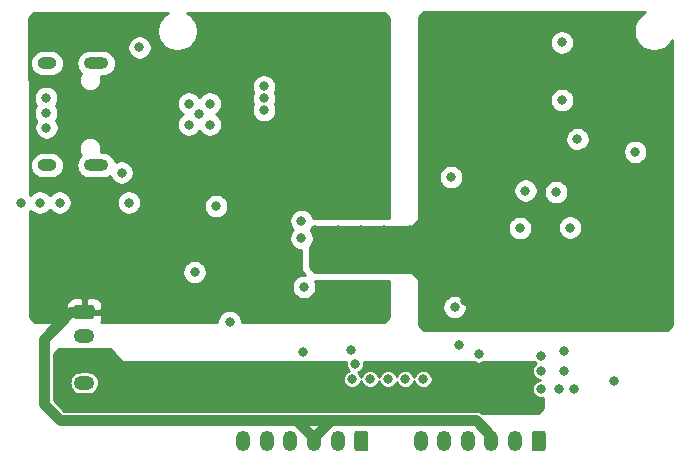
<source format=gbr>
%TF.GenerationSoftware,KiCad,Pcbnew,(5.1.10)-1*%
%TF.CreationDate,2021-10-28T16:28:33-07:00*%
%TF.ProjectId,AtlasPD,41746c61-7350-4442-9e6b-696361645f70,1.0*%
%TF.SameCoordinates,Original*%
%TF.FileFunction,Copper,L3,Inr*%
%TF.FilePolarity,Positive*%
%FSLAX46Y46*%
G04 Gerber Fmt 4.6, Leading zero omitted, Abs format (unit mm)*
G04 Created by KiCad (PCBNEW (5.1.10)-1) date 2021-10-28 16:28:33*
%MOMM*%
%LPD*%
G01*
G04 APERTURE LIST*
%TA.AperFunction,ComponentPad*%
%ADD10O,1.750000X1.200000*%
%TD*%
%TA.AperFunction,ComponentPad*%
%ADD11O,1.200000X1.750000*%
%TD*%
%TA.AperFunction,ComponentPad*%
%ADD12O,2.100000X1.000000*%
%TD*%
%TA.AperFunction,ComponentPad*%
%ADD13O,1.600000X1.000000*%
%TD*%
%TA.AperFunction,ViaPad*%
%ADD14C,0.800000*%
%TD*%
%TA.AperFunction,Conductor*%
%ADD15C,0.897604*%
%TD*%
%TA.AperFunction,Conductor*%
%ADD16C,0.254000*%
%TD*%
%TA.AperFunction,Conductor*%
%ADD17C,0.100000*%
%TD*%
G04 APERTURE END LIST*
D10*
%TO.N,GND*%
%TO.C,J202*%
X208407000Y-59467000D03*
%TO.N,+BATT*%
X208407000Y-57467000D03*
%TO.N,GND*%
X208407000Y-55467000D03*
%TO.N,+5V*%
%TA.AperFunction,ComponentPad*%
G36*
G01*
X207781999Y-52867000D02*
X209032001Y-52867000D01*
G75*
G02*
X209282000Y-53116999I0J-249999D01*
G01*
X209282000Y-53817001D01*
G75*
G02*
X209032001Y-54067000I-249999J0D01*
G01*
X207781999Y-54067000D01*
G75*
G02*
X207532000Y-53817001I0J249999D01*
G01*
X207532000Y-53116999D01*
G75*
G02*
X207781999Y-52867000I249999J0D01*
G01*
G37*
%TD.AperFunction*%
%TD*%
D11*
%TO.N,/Motor Driver/S4*%
%TO.C,J302*%
X221870000Y-64389000D03*
%TO.N,/Motor Driver/S3*%
X223870000Y-64389000D03*
%TO.N,GND*%
X225870000Y-64389000D03*
%TO.N,+5V*%
X227870000Y-64389000D03*
%TO.N,/Motor Driver/+M2*%
X229870000Y-64389000D03*
%TO.N,/Motor Driver/-M2*%
%TA.AperFunction,ComponentPad*%
G36*
G01*
X232470000Y-63763999D02*
X232470000Y-65014001D01*
G75*
G02*
X232220001Y-65264000I-249999J0D01*
G01*
X231519999Y-65264000D01*
G75*
G02*
X231270000Y-65014001I0J249999D01*
G01*
X231270000Y-63763999D01*
G75*
G02*
X231519999Y-63514000I249999J0D01*
G01*
X232220001Y-63514000D01*
G75*
G02*
X232470000Y-63763999I0J-249999D01*
G01*
G37*
%TD.AperFunction*%
%TD*%
%TO.N,/Motor Driver/S2*%
%TO.C,J301*%
X236887000Y-64389000D03*
%TO.N,/Motor Driver/S1*%
X238887000Y-64389000D03*
%TO.N,GND*%
X240887000Y-64389000D03*
%TO.N,+5V*%
X242887000Y-64389000D03*
%TO.N,/Motor Driver/+M1*%
X244887000Y-64389000D03*
%TO.N,/Motor Driver/-M1*%
%TA.AperFunction,ComponentPad*%
G36*
G01*
X247487000Y-63763999D02*
X247487000Y-65014001D01*
G75*
G02*
X247237001Y-65264000I-249999J0D01*
G01*
X246536999Y-65264000D01*
G75*
G02*
X246287000Y-65014001I0J249999D01*
G01*
X246287000Y-63763999D01*
G75*
G02*
X246536999Y-63514000I249999J0D01*
G01*
X247237001Y-63514000D01*
G75*
G02*
X247487000Y-63763999I0J-249999D01*
G01*
G37*
%TD.AperFunction*%
%TD*%
D12*
%TO.N,Net-(J201-PadS1)*%
%TO.C,J201*%
X209428800Y-41023000D03*
X209428800Y-32383000D03*
D13*
X205248800Y-32383000D03*
X205248800Y-41023000D03*
%TD*%
D14*
%TO.N,GND*%
X248856500Y-30632400D03*
X248869200Y-35534600D03*
X218160600Y-36703000D03*
X219049600Y-37592000D03*
X217271600Y-37592000D03*
X219049600Y-35814000D03*
X217271600Y-35814000D03*
X213080600Y-31064200D03*
X223621600Y-34366200D03*
X223647000Y-35382200D03*
X223647000Y-36372800D03*
X226796600Y-45745400D03*
X211582000Y-41656000D03*
X231089200Y-59156600D03*
X232613200Y-59156600D03*
X234137200Y-59156600D03*
X247091200Y-59982100D03*
X248615200Y-59982100D03*
X249897900Y-60007500D03*
X205181200Y-35331400D03*
X205181200Y-36601400D03*
X205206600Y-37846000D03*
X255066800Y-39903400D03*
X245287800Y-46355000D03*
X248361200Y-43307000D03*
X253263400Y-59309000D03*
X212191600Y-44196000D03*
X203073000Y-44196000D03*
X204647800Y-44196000D03*
X206324200Y-44196000D03*
X239763300Y-53047900D03*
X237121700Y-59156600D03*
X235597700Y-59156600D03*
X249034300Y-58496200D03*
X249034300Y-56781700D03*
%TO.N,+5V*%
X207924400Y-35382200D03*
X207949800Y-37820600D03*
X207924400Y-36601400D03*
X211799347Y-34304147D03*
X221335600Y-39591198D03*
X231927400Y-40995600D03*
X231952800Y-42519600D03*
X231851200Y-36195000D03*
X231876600Y-37820600D03*
X231902000Y-39395400D03*
X211836000Y-39192200D03*
X231927400Y-43942000D03*
X233324400Y-39395400D03*
X233375200Y-42519600D03*
X233299000Y-37820600D03*
X233273600Y-36195000D03*
X233349800Y-40995600D03*
X233349800Y-43942000D03*
%TO.N,VCC*%
X229870000Y-46558200D03*
X231825800Y-46558200D03*
X233807000Y-46558200D03*
X234797600Y-47548800D03*
X232791000Y-47548800D03*
X230860600Y-47548800D03*
X228904800Y-47548800D03*
X227914200Y-48539400D03*
X229870000Y-48539400D03*
X231825800Y-48539400D03*
X233807000Y-48539400D03*
X234797600Y-49530000D03*
X232791000Y-49530000D03*
X230860600Y-49530000D03*
X228904800Y-49530000D03*
X227914200Y-46558200D03*
X236016800Y-48539400D03*
X236016800Y-46558200D03*
X240665000Y-52501800D03*
X220726000Y-54305769D03*
X253847600Y-43129200D03*
X250647200Y-39979600D03*
X226974400Y-56819800D03*
X241795300Y-57048409D03*
%TO.N,/Motor Driver/OUT4*%
X217754200Y-50088800D03*
X231343200Y-57835800D03*
%TO.N,/Motor Driver/OUT3*%
X219583000Y-44500800D03*
X230962200Y-56718200D03*
%TO.N,/Motor Driver/OUT2*%
X226796600Y-47218600D03*
X247077231Y-58441594D03*
%TO.N,/Motor Driver/OUT1*%
X226999800Y-51333400D03*
X247091210Y-57162700D03*
%TO.N,/Motor Driver/EN*%
X239471196Y-42037000D03*
X240182400Y-56286398D03*
X249542300Y-46316900D03*
%TO.N,+BATT*%
X226923600Y-58826400D03*
X225323400Y-58851800D03*
X223647000Y-58851800D03*
X241312700Y-59372500D03*
X239636300Y-59372500D03*
X242912900Y-59347100D03*
X225323400Y-60223400D03*
X223647000Y-60223400D03*
X226923600Y-60223400D03*
X241312700Y-60693300D03*
X239636300Y-60693300D03*
X242912900Y-60667900D03*
%TO.N,/Sheet60A2E58A/RESET*%
X245770400Y-43180000D03*
X250164600Y-38836600D03*
%TD*%
D15*
%TO.N,+5V*%
X227870000Y-64389000D02*
X227870000Y-64347914D01*
X227870000Y-64077600D02*
X229082412Y-62865188D01*
X227870000Y-64347914D02*
X227870000Y-64077600D01*
X242887000Y-63944000D02*
X242887000Y-64389000D01*
X241579400Y-62636400D02*
X242887000Y-63944000D01*
X225450400Y-62636400D02*
X241579400Y-62636400D01*
X204965300Y-61214000D02*
X204965300Y-55740300D01*
X204965300Y-55740300D02*
X207238600Y-53467000D01*
X206387700Y-62636400D02*
X204965300Y-61214000D01*
X226364800Y-62636400D02*
X206387700Y-62636400D01*
X227870000Y-64141600D02*
X226364800Y-62636400D01*
X207238600Y-53467000D02*
X208407000Y-53467000D01*
X227870000Y-64347914D02*
X227870000Y-64141600D01*
%TD*%
D16*
%TO.N,VCC*%
X255845169Y-28104263D02*
X255561002Y-28294137D01*
X255319337Y-28535802D01*
X255129463Y-28819969D01*
X254998675Y-29135719D01*
X254932000Y-29470917D01*
X254932000Y-29812683D01*
X254998675Y-30147881D01*
X255129463Y-30463631D01*
X255319337Y-30747798D01*
X255561002Y-30989463D01*
X255845169Y-31179337D01*
X256160919Y-31310125D01*
X256496117Y-31376800D01*
X256837883Y-31376800D01*
X257173081Y-31310125D01*
X257488831Y-31179337D01*
X257772998Y-30989463D01*
X258014663Y-30747798D01*
X258204537Y-30463631D01*
X258217200Y-30433060D01*
X258217201Y-54552669D01*
X257793627Y-54975799D01*
X237178940Y-54990603D01*
X236753400Y-54565368D01*
X236753400Y-52945961D01*
X238728300Y-52945961D01*
X238728300Y-53149839D01*
X238768074Y-53349798D01*
X238846095Y-53538156D01*
X238959363Y-53707674D01*
X239103526Y-53851837D01*
X239273044Y-53965105D01*
X239461402Y-54043126D01*
X239661361Y-54082900D01*
X239865239Y-54082900D01*
X240065198Y-54043126D01*
X240253556Y-53965105D01*
X240423074Y-53851837D01*
X240567237Y-53707674D01*
X240680505Y-53538156D01*
X240758526Y-53349798D01*
X240798300Y-53149839D01*
X240798300Y-52945961D01*
X240758526Y-52746002D01*
X240680505Y-52557644D01*
X240567237Y-52388126D01*
X240423074Y-52243963D01*
X240253556Y-52130695D01*
X240065198Y-52052674D01*
X239865239Y-52012900D01*
X239661361Y-52012900D01*
X239461402Y-52052674D01*
X239273044Y-52130695D01*
X239103526Y-52243963D01*
X238959363Y-52388126D01*
X238846095Y-52557644D01*
X238768074Y-52746002D01*
X238728300Y-52945961D01*
X236753400Y-52945961D01*
X236753400Y-50741200D01*
X236750960Y-50716424D01*
X236743733Y-50692599D01*
X236731997Y-50670643D01*
X236716203Y-50651397D01*
X236216203Y-50151397D01*
X236196957Y-50135603D01*
X236175001Y-50123867D01*
X236151176Y-50116640D01*
X236126400Y-50114200D01*
X227958806Y-50114200D01*
X227533200Y-49688594D01*
X227533200Y-47945711D01*
X227600537Y-47878374D01*
X227713805Y-47708856D01*
X227791826Y-47520498D01*
X227831600Y-47320539D01*
X227831600Y-47116661D01*
X227791826Y-46916702D01*
X227713805Y-46728344D01*
X227611529Y-46575277D01*
X227933745Y-46253061D01*
X244252800Y-46253061D01*
X244252800Y-46456939D01*
X244292574Y-46656898D01*
X244370595Y-46845256D01*
X244483863Y-47014774D01*
X244628026Y-47158937D01*
X244797544Y-47272205D01*
X244985902Y-47350226D01*
X245185861Y-47390000D01*
X245389739Y-47390000D01*
X245589698Y-47350226D01*
X245778056Y-47272205D01*
X245947574Y-47158937D01*
X246091737Y-47014774D01*
X246205005Y-46845256D01*
X246283026Y-46656898D01*
X246322800Y-46456939D01*
X246322800Y-46253061D01*
X246315222Y-46214961D01*
X248507300Y-46214961D01*
X248507300Y-46418839D01*
X248547074Y-46618798D01*
X248625095Y-46807156D01*
X248738363Y-46976674D01*
X248882526Y-47120837D01*
X249052044Y-47234105D01*
X249240402Y-47312126D01*
X249440361Y-47351900D01*
X249644239Y-47351900D01*
X249844198Y-47312126D01*
X250032556Y-47234105D01*
X250202074Y-47120837D01*
X250346237Y-46976674D01*
X250459505Y-46807156D01*
X250537526Y-46618798D01*
X250577300Y-46418839D01*
X250577300Y-46214961D01*
X250537526Y-46015002D01*
X250459505Y-45826644D01*
X250346237Y-45657126D01*
X250202074Y-45512963D01*
X250032556Y-45399695D01*
X249844198Y-45321674D01*
X249644239Y-45281900D01*
X249440361Y-45281900D01*
X249240402Y-45321674D01*
X249052044Y-45399695D01*
X248882526Y-45512963D01*
X248738363Y-45657126D01*
X248625095Y-45826644D01*
X248547074Y-46015002D01*
X248507300Y-46214961D01*
X246315222Y-46214961D01*
X246283026Y-46053102D01*
X246205005Y-45864744D01*
X246091737Y-45695226D01*
X245947574Y-45551063D01*
X245778056Y-45437795D01*
X245589698Y-45359774D01*
X245389739Y-45320000D01*
X245185861Y-45320000D01*
X244985902Y-45359774D01*
X244797544Y-45437795D01*
X244628026Y-45551063D01*
X244483863Y-45695226D01*
X244370595Y-45864744D01*
X244292574Y-46053102D01*
X244252800Y-46253061D01*
X227933745Y-46253061D01*
X227958806Y-46228000D01*
X236126400Y-46228000D01*
X236151176Y-46225560D01*
X236175001Y-46218333D01*
X236196957Y-46206597D01*
X236216218Y-46190787D01*
X236716046Y-45690787D01*
X236731837Y-45671539D01*
X236743569Y-45649581D01*
X236750792Y-45625755D01*
X236753228Y-45600956D01*
X236752359Y-43078061D01*
X244735400Y-43078061D01*
X244735400Y-43281939D01*
X244775174Y-43481898D01*
X244853195Y-43670256D01*
X244966463Y-43839774D01*
X245110626Y-43983937D01*
X245280144Y-44097205D01*
X245468502Y-44175226D01*
X245668461Y-44215000D01*
X245872339Y-44215000D01*
X246072298Y-44175226D01*
X246260656Y-44097205D01*
X246430174Y-43983937D01*
X246574337Y-43839774D01*
X246687605Y-43670256D01*
X246765626Y-43481898D01*
X246805400Y-43281939D01*
X246805400Y-43205061D01*
X247326200Y-43205061D01*
X247326200Y-43408939D01*
X247365974Y-43608898D01*
X247443995Y-43797256D01*
X247557263Y-43966774D01*
X247701426Y-44110937D01*
X247870944Y-44224205D01*
X248059302Y-44302226D01*
X248259261Y-44342000D01*
X248463139Y-44342000D01*
X248663098Y-44302226D01*
X248851456Y-44224205D01*
X249020974Y-44110937D01*
X249165137Y-43966774D01*
X249278405Y-43797256D01*
X249356426Y-43608898D01*
X249396200Y-43408939D01*
X249396200Y-43205061D01*
X249356426Y-43005102D01*
X249278405Y-42816744D01*
X249165137Y-42647226D01*
X249020974Y-42503063D01*
X248851456Y-42389795D01*
X248663098Y-42311774D01*
X248463139Y-42272000D01*
X248259261Y-42272000D01*
X248059302Y-42311774D01*
X247870944Y-42389795D01*
X247701426Y-42503063D01*
X247557263Y-42647226D01*
X247443995Y-42816744D01*
X247365974Y-43005102D01*
X247326200Y-43205061D01*
X246805400Y-43205061D01*
X246805400Y-43078061D01*
X246765626Y-42878102D01*
X246687605Y-42689744D01*
X246574337Y-42520226D01*
X246430174Y-42376063D01*
X246260656Y-42262795D01*
X246072298Y-42184774D01*
X245872339Y-42145000D01*
X245668461Y-42145000D01*
X245468502Y-42184774D01*
X245280144Y-42262795D01*
X245110626Y-42376063D01*
X244966463Y-42520226D01*
X244853195Y-42689744D01*
X244775174Y-42878102D01*
X244735400Y-43078061D01*
X236752359Y-43078061D01*
X236751965Y-41935061D01*
X238436196Y-41935061D01*
X238436196Y-42138939D01*
X238475970Y-42338898D01*
X238553991Y-42527256D01*
X238667259Y-42696774D01*
X238811422Y-42840937D01*
X238980940Y-42954205D01*
X239169298Y-43032226D01*
X239369257Y-43072000D01*
X239573135Y-43072000D01*
X239773094Y-43032226D01*
X239961452Y-42954205D01*
X240130970Y-42840937D01*
X240275133Y-42696774D01*
X240388401Y-42527256D01*
X240466422Y-42338898D01*
X240506196Y-42138939D01*
X240506196Y-41935061D01*
X240466422Y-41735102D01*
X240388401Y-41546744D01*
X240275133Y-41377226D01*
X240130970Y-41233063D01*
X239961452Y-41119795D01*
X239773094Y-41041774D01*
X239573135Y-41002000D01*
X239369257Y-41002000D01*
X239169298Y-41041774D01*
X238980940Y-41119795D01*
X238811422Y-41233063D01*
X238667259Y-41377226D01*
X238553991Y-41546744D01*
X238475970Y-41735102D01*
X238436196Y-41935061D01*
X236751965Y-41935061D01*
X236750863Y-38734661D01*
X249129600Y-38734661D01*
X249129600Y-38938539D01*
X249169374Y-39138498D01*
X249247395Y-39326856D01*
X249360663Y-39496374D01*
X249504826Y-39640537D01*
X249674344Y-39753805D01*
X249862702Y-39831826D01*
X250062661Y-39871600D01*
X250266539Y-39871600D01*
X250466498Y-39831826D01*
X250539805Y-39801461D01*
X254031800Y-39801461D01*
X254031800Y-40005339D01*
X254071574Y-40205298D01*
X254149595Y-40393656D01*
X254262863Y-40563174D01*
X254407026Y-40707337D01*
X254576544Y-40820605D01*
X254764902Y-40898626D01*
X254964861Y-40938400D01*
X255168739Y-40938400D01*
X255368698Y-40898626D01*
X255557056Y-40820605D01*
X255726574Y-40707337D01*
X255870737Y-40563174D01*
X255984005Y-40393656D01*
X256062026Y-40205298D01*
X256101800Y-40005339D01*
X256101800Y-39801461D01*
X256062026Y-39601502D01*
X255984005Y-39413144D01*
X255870737Y-39243626D01*
X255726574Y-39099463D01*
X255557056Y-38986195D01*
X255368698Y-38908174D01*
X255168739Y-38868400D01*
X254964861Y-38868400D01*
X254764902Y-38908174D01*
X254576544Y-38986195D01*
X254407026Y-39099463D01*
X254262863Y-39243626D01*
X254149595Y-39413144D01*
X254071574Y-39601502D01*
X254031800Y-39801461D01*
X250539805Y-39801461D01*
X250654856Y-39753805D01*
X250824374Y-39640537D01*
X250968537Y-39496374D01*
X251081805Y-39326856D01*
X251159826Y-39138498D01*
X251199600Y-38938539D01*
X251199600Y-38734661D01*
X251159826Y-38534702D01*
X251081805Y-38346344D01*
X250968537Y-38176826D01*
X250824374Y-38032663D01*
X250654856Y-37919395D01*
X250466498Y-37841374D01*
X250266539Y-37801600D01*
X250062661Y-37801600D01*
X249862702Y-37841374D01*
X249674344Y-37919395D01*
X249504826Y-38032663D01*
X249360663Y-38176826D01*
X249247395Y-38346344D01*
X249169374Y-38534702D01*
X249129600Y-38734661D01*
X236750863Y-38734661D01*
X236749725Y-35432661D01*
X247834200Y-35432661D01*
X247834200Y-35636539D01*
X247873974Y-35836498D01*
X247951995Y-36024856D01*
X248065263Y-36194374D01*
X248209426Y-36338537D01*
X248378944Y-36451805D01*
X248567302Y-36529826D01*
X248767261Y-36569600D01*
X248971139Y-36569600D01*
X249171098Y-36529826D01*
X249359456Y-36451805D01*
X249528974Y-36338537D01*
X249673137Y-36194374D01*
X249786405Y-36024856D01*
X249864426Y-35836498D01*
X249904200Y-35636539D01*
X249904200Y-35432661D01*
X249864426Y-35232702D01*
X249786405Y-35044344D01*
X249673137Y-34874826D01*
X249528974Y-34730663D01*
X249359456Y-34617395D01*
X249171098Y-34539374D01*
X248971139Y-34499600D01*
X248767261Y-34499600D01*
X248567302Y-34539374D01*
X248378944Y-34617395D01*
X248209426Y-34730663D01*
X248065263Y-34874826D01*
X247951995Y-35044344D01*
X247873974Y-35232702D01*
X247834200Y-35432661D01*
X236749725Y-35432661D01*
X236748036Y-30530461D01*
X247821500Y-30530461D01*
X247821500Y-30734339D01*
X247861274Y-30934298D01*
X247939295Y-31122656D01*
X248052563Y-31292174D01*
X248196726Y-31436337D01*
X248366244Y-31549605D01*
X248554602Y-31627626D01*
X248754561Y-31667400D01*
X248958439Y-31667400D01*
X249158398Y-31627626D01*
X249346756Y-31549605D01*
X249516274Y-31436337D01*
X249660437Y-31292174D01*
X249773705Y-31122656D01*
X249851726Y-30934298D01*
X249891500Y-30734339D01*
X249891500Y-30530461D01*
X249851726Y-30330502D01*
X249773705Y-30142144D01*
X249660437Y-29972626D01*
X249516274Y-29828463D01*
X249346756Y-29715195D01*
X249158398Y-29637174D01*
X248958439Y-29597400D01*
X248754561Y-29597400D01*
X248554602Y-29637174D01*
X248366244Y-29715195D01*
X248196726Y-29828463D01*
X248052563Y-29972626D01*
X247939295Y-30142144D01*
X247861274Y-30330502D01*
X247821500Y-30530461D01*
X236748036Y-30530461D01*
X236747344Y-28524292D01*
X237172850Y-28098267D01*
X244792768Y-28091600D01*
X255875740Y-28091600D01*
X255845169Y-28104263D01*
%TA.AperFunction,Conductor*%
D17*
G36*
X255845169Y-28104263D02*
G01*
X255561002Y-28294137D01*
X255319337Y-28535802D01*
X255129463Y-28819969D01*
X254998675Y-29135719D01*
X254932000Y-29470917D01*
X254932000Y-29812683D01*
X254998675Y-30147881D01*
X255129463Y-30463631D01*
X255319337Y-30747798D01*
X255561002Y-30989463D01*
X255845169Y-31179337D01*
X256160919Y-31310125D01*
X256496117Y-31376800D01*
X256837883Y-31376800D01*
X257173081Y-31310125D01*
X257488831Y-31179337D01*
X257772998Y-30989463D01*
X258014663Y-30747798D01*
X258204537Y-30463631D01*
X258217200Y-30433060D01*
X258217201Y-54552669D01*
X257793627Y-54975799D01*
X237178940Y-54990603D01*
X236753400Y-54565368D01*
X236753400Y-52945961D01*
X238728300Y-52945961D01*
X238728300Y-53149839D01*
X238768074Y-53349798D01*
X238846095Y-53538156D01*
X238959363Y-53707674D01*
X239103526Y-53851837D01*
X239273044Y-53965105D01*
X239461402Y-54043126D01*
X239661361Y-54082900D01*
X239865239Y-54082900D01*
X240065198Y-54043126D01*
X240253556Y-53965105D01*
X240423074Y-53851837D01*
X240567237Y-53707674D01*
X240680505Y-53538156D01*
X240758526Y-53349798D01*
X240798300Y-53149839D01*
X240798300Y-52945961D01*
X240758526Y-52746002D01*
X240680505Y-52557644D01*
X240567237Y-52388126D01*
X240423074Y-52243963D01*
X240253556Y-52130695D01*
X240065198Y-52052674D01*
X239865239Y-52012900D01*
X239661361Y-52012900D01*
X239461402Y-52052674D01*
X239273044Y-52130695D01*
X239103526Y-52243963D01*
X238959363Y-52388126D01*
X238846095Y-52557644D01*
X238768074Y-52746002D01*
X238728300Y-52945961D01*
X236753400Y-52945961D01*
X236753400Y-50741200D01*
X236750960Y-50716424D01*
X236743733Y-50692599D01*
X236731997Y-50670643D01*
X236716203Y-50651397D01*
X236216203Y-50151397D01*
X236196957Y-50135603D01*
X236175001Y-50123867D01*
X236151176Y-50116640D01*
X236126400Y-50114200D01*
X227958806Y-50114200D01*
X227533200Y-49688594D01*
X227533200Y-47945711D01*
X227600537Y-47878374D01*
X227713805Y-47708856D01*
X227791826Y-47520498D01*
X227831600Y-47320539D01*
X227831600Y-47116661D01*
X227791826Y-46916702D01*
X227713805Y-46728344D01*
X227611529Y-46575277D01*
X227933745Y-46253061D01*
X244252800Y-46253061D01*
X244252800Y-46456939D01*
X244292574Y-46656898D01*
X244370595Y-46845256D01*
X244483863Y-47014774D01*
X244628026Y-47158937D01*
X244797544Y-47272205D01*
X244985902Y-47350226D01*
X245185861Y-47390000D01*
X245389739Y-47390000D01*
X245589698Y-47350226D01*
X245778056Y-47272205D01*
X245947574Y-47158937D01*
X246091737Y-47014774D01*
X246205005Y-46845256D01*
X246283026Y-46656898D01*
X246322800Y-46456939D01*
X246322800Y-46253061D01*
X246315222Y-46214961D01*
X248507300Y-46214961D01*
X248507300Y-46418839D01*
X248547074Y-46618798D01*
X248625095Y-46807156D01*
X248738363Y-46976674D01*
X248882526Y-47120837D01*
X249052044Y-47234105D01*
X249240402Y-47312126D01*
X249440361Y-47351900D01*
X249644239Y-47351900D01*
X249844198Y-47312126D01*
X250032556Y-47234105D01*
X250202074Y-47120837D01*
X250346237Y-46976674D01*
X250459505Y-46807156D01*
X250537526Y-46618798D01*
X250577300Y-46418839D01*
X250577300Y-46214961D01*
X250537526Y-46015002D01*
X250459505Y-45826644D01*
X250346237Y-45657126D01*
X250202074Y-45512963D01*
X250032556Y-45399695D01*
X249844198Y-45321674D01*
X249644239Y-45281900D01*
X249440361Y-45281900D01*
X249240402Y-45321674D01*
X249052044Y-45399695D01*
X248882526Y-45512963D01*
X248738363Y-45657126D01*
X248625095Y-45826644D01*
X248547074Y-46015002D01*
X248507300Y-46214961D01*
X246315222Y-46214961D01*
X246283026Y-46053102D01*
X246205005Y-45864744D01*
X246091737Y-45695226D01*
X245947574Y-45551063D01*
X245778056Y-45437795D01*
X245589698Y-45359774D01*
X245389739Y-45320000D01*
X245185861Y-45320000D01*
X244985902Y-45359774D01*
X244797544Y-45437795D01*
X244628026Y-45551063D01*
X244483863Y-45695226D01*
X244370595Y-45864744D01*
X244292574Y-46053102D01*
X244252800Y-46253061D01*
X227933745Y-46253061D01*
X227958806Y-46228000D01*
X236126400Y-46228000D01*
X236151176Y-46225560D01*
X236175001Y-46218333D01*
X236196957Y-46206597D01*
X236216218Y-46190787D01*
X236716046Y-45690787D01*
X236731837Y-45671539D01*
X236743569Y-45649581D01*
X236750792Y-45625755D01*
X236753228Y-45600956D01*
X236752359Y-43078061D01*
X244735400Y-43078061D01*
X244735400Y-43281939D01*
X244775174Y-43481898D01*
X244853195Y-43670256D01*
X244966463Y-43839774D01*
X245110626Y-43983937D01*
X245280144Y-44097205D01*
X245468502Y-44175226D01*
X245668461Y-44215000D01*
X245872339Y-44215000D01*
X246072298Y-44175226D01*
X246260656Y-44097205D01*
X246430174Y-43983937D01*
X246574337Y-43839774D01*
X246687605Y-43670256D01*
X246765626Y-43481898D01*
X246805400Y-43281939D01*
X246805400Y-43205061D01*
X247326200Y-43205061D01*
X247326200Y-43408939D01*
X247365974Y-43608898D01*
X247443995Y-43797256D01*
X247557263Y-43966774D01*
X247701426Y-44110937D01*
X247870944Y-44224205D01*
X248059302Y-44302226D01*
X248259261Y-44342000D01*
X248463139Y-44342000D01*
X248663098Y-44302226D01*
X248851456Y-44224205D01*
X249020974Y-44110937D01*
X249165137Y-43966774D01*
X249278405Y-43797256D01*
X249356426Y-43608898D01*
X249396200Y-43408939D01*
X249396200Y-43205061D01*
X249356426Y-43005102D01*
X249278405Y-42816744D01*
X249165137Y-42647226D01*
X249020974Y-42503063D01*
X248851456Y-42389795D01*
X248663098Y-42311774D01*
X248463139Y-42272000D01*
X248259261Y-42272000D01*
X248059302Y-42311774D01*
X247870944Y-42389795D01*
X247701426Y-42503063D01*
X247557263Y-42647226D01*
X247443995Y-42816744D01*
X247365974Y-43005102D01*
X247326200Y-43205061D01*
X246805400Y-43205061D01*
X246805400Y-43078061D01*
X246765626Y-42878102D01*
X246687605Y-42689744D01*
X246574337Y-42520226D01*
X246430174Y-42376063D01*
X246260656Y-42262795D01*
X246072298Y-42184774D01*
X245872339Y-42145000D01*
X245668461Y-42145000D01*
X245468502Y-42184774D01*
X245280144Y-42262795D01*
X245110626Y-42376063D01*
X244966463Y-42520226D01*
X244853195Y-42689744D01*
X244775174Y-42878102D01*
X244735400Y-43078061D01*
X236752359Y-43078061D01*
X236751965Y-41935061D01*
X238436196Y-41935061D01*
X238436196Y-42138939D01*
X238475970Y-42338898D01*
X238553991Y-42527256D01*
X238667259Y-42696774D01*
X238811422Y-42840937D01*
X238980940Y-42954205D01*
X239169298Y-43032226D01*
X239369257Y-43072000D01*
X239573135Y-43072000D01*
X239773094Y-43032226D01*
X239961452Y-42954205D01*
X240130970Y-42840937D01*
X240275133Y-42696774D01*
X240388401Y-42527256D01*
X240466422Y-42338898D01*
X240506196Y-42138939D01*
X240506196Y-41935061D01*
X240466422Y-41735102D01*
X240388401Y-41546744D01*
X240275133Y-41377226D01*
X240130970Y-41233063D01*
X239961452Y-41119795D01*
X239773094Y-41041774D01*
X239573135Y-41002000D01*
X239369257Y-41002000D01*
X239169298Y-41041774D01*
X238980940Y-41119795D01*
X238811422Y-41233063D01*
X238667259Y-41377226D01*
X238553991Y-41546744D01*
X238475970Y-41735102D01*
X238436196Y-41935061D01*
X236751965Y-41935061D01*
X236750863Y-38734661D01*
X249129600Y-38734661D01*
X249129600Y-38938539D01*
X249169374Y-39138498D01*
X249247395Y-39326856D01*
X249360663Y-39496374D01*
X249504826Y-39640537D01*
X249674344Y-39753805D01*
X249862702Y-39831826D01*
X250062661Y-39871600D01*
X250266539Y-39871600D01*
X250466498Y-39831826D01*
X250539805Y-39801461D01*
X254031800Y-39801461D01*
X254031800Y-40005339D01*
X254071574Y-40205298D01*
X254149595Y-40393656D01*
X254262863Y-40563174D01*
X254407026Y-40707337D01*
X254576544Y-40820605D01*
X254764902Y-40898626D01*
X254964861Y-40938400D01*
X255168739Y-40938400D01*
X255368698Y-40898626D01*
X255557056Y-40820605D01*
X255726574Y-40707337D01*
X255870737Y-40563174D01*
X255984005Y-40393656D01*
X256062026Y-40205298D01*
X256101800Y-40005339D01*
X256101800Y-39801461D01*
X256062026Y-39601502D01*
X255984005Y-39413144D01*
X255870737Y-39243626D01*
X255726574Y-39099463D01*
X255557056Y-38986195D01*
X255368698Y-38908174D01*
X255168739Y-38868400D01*
X254964861Y-38868400D01*
X254764902Y-38908174D01*
X254576544Y-38986195D01*
X254407026Y-39099463D01*
X254262863Y-39243626D01*
X254149595Y-39413144D01*
X254071574Y-39601502D01*
X254031800Y-39801461D01*
X250539805Y-39801461D01*
X250654856Y-39753805D01*
X250824374Y-39640537D01*
X250968537Y-39496374D01*
X251081805Y-39326856D01*
X251159826Y-39138498D01*
X251199600Y-38938539D01*
X251199600Y-38734661D01*
X251159826Y-38534702D01*
X251081805Y-38346344D01*
X250968537Y-38176826D01*
X250824374Y-38032663D01*
X250654856Y-37919395D01*
X250466498Y-37841374D01*
X250266539Y-37801600D01*
X250062661Y-37801600D01*
X249862702Y-37841374D01*
X249674344Y-37919395D01*
X249504826Y-38032663D01*
X249360663Y-38176826D01*
X249247395Y-38346344D01*
X249169374Y-38534702D01*
X249129600Y-38734661D01*
X236750863Y-38734661D01*
X236749725Y-35432661D01*
X247834200Y-35432661D01*
X247834200Y-35636539D01*
X247873974Y-35836498D01*
X247951995Y-36024856D01*
X248065263Y-36194374D01*
X248209426Y-36338537D01*
X248378944Y-36451805D01*
X248567302Y-36529826D01*
X248767261Y-36569600D01*
X248971139Y-36569600D01*
X249171098Y-36529826D01*
X249359456Y-36451805D01*
X249528974Y-36338537D01*
X249673137Y-36194374D01*
X249786405Y-36024856D01*
X249864426Y-35836498D01*
X249904200Y-35636539D01*
X249904200Y-35432661D01*
X249864426Y-35232702D01*
X249786405Y-35044344D01*
X249673137Y-34874826D01*
X249528974Y-34730663D01*
X249359456Y-34617395D01*
X249171098Y-34539374D01*
X248971139Y-34499600D01*
X248767261Y-34499600D01*
X248567302Y-34539374D01*
X248378944Y-34617395D01*
X248209426Y-34730663D01*
X248065263Y-34874826D01*
X247951995Y-35044344D01*
X247873974Y-35232702D01*
X247834200Y-35432661D01*
X236749725Y-35432661D01*
X236748036Y-30530461D01*
X247821500Y-30530461D01*
X247821500Y-30734339D01*
X247861274Y-30934298D01*
X247939295Y-31122656D01*
X248052563Y-31292174D01*
X248196726Y-31436337D01*
X248366244Y-31549605D01*
X248554602Y-31627626D01*
X248754561Y-31667400D01*
X248958439Y-31667400D01*
X249158398Y-31627626D01*
X249346756Y-31549605D01*
X249516274Y-31436337D01*
X249660437Y-31292174D01*
X249773705Y-31122656D01*
X249851726Y-30934298D01*
X249891500Y-30734339D01*
X249891500Y-30530461D01*
X249851726Y-30330502D01*
X249773705Y-30142144D01*
X249660437Y-29972626D01*
X249516274Y-29828463D01*
X249346756Y-29715195D01*
X249158398Y-29637174D01*
X248958439Y-29597400D01*
X248754561Y-29597400D01*
X248554602Y-29637174D01*
X248366244Y-29715195D01*
X248196726Y-29828463D01*
X248052563Y-29972626D01*
X247939295Y-30142144D01*
X247861274Y-30330502D01*
X247821500Y-30530461D01*
X236748036Y-30530461D01*
X236747344Y-28524292D01*
X237172850Y-28098267D01*
X244792768Y-28091600D01*
X255875740Y-28091600D01*
X255845169Y-28104263D01*
G37*
%TD.AperFunction*%
%TD*%
D16*
%TO.N,+5V*%
X215200402Y-28294137D02*
X214958737Y-28535802D01*
X214768863Y-28819969D01*
X214638075Y-29135719D01*
X214571400Y-29470917D01*
X214571400Y-29812683D01*
X214638075Y-30147881D01*
X214768863Y-30463631D01*
X214958737Y-30747798D01*
X215200402Y-30989463D01*
X215484569Y-31179337D01*
X215800319Y-31310125D01*
X216135517Y-31376800D01*
X216477283Y-31376800D01*
X216812481Y-31310125D01*
X217128231Y-31179337D01*
X217412398Y-30989463D01*
X217654063Y-30747798D01*
X217843937Y-30463631D01*
X217974725Y-30147881D01*
X218041400Y-29812683D01*
X218041400Y-29470917D01*
X217974725Y-29135719D01*
X217843937Y-28819969D01*
X217654063Y-28535802D01*
X217412398Y-28294137D01*
X217129484Y-28105100D01*
X233775148Y-28105100D01*
X234201495Y-28530833D01*
X234225862Y-45466000D01*
X227906200Y-45466000D01*
X227798413Y-45476616D01*
X227791826Y-45443502D01*
X227713805Y-45255144D01*
X227600537Y-45085626D01*
X227456374Y-44941463D01*
X227286856Y-44828195D01*
X227098498Y-44750174D01*
X226898539Y-44710400D01*
X226694661Y-44710400D01*
X226494702Y-44750174D01*
X226306344Y-44828195D01*
X226136826Y-44941463D01*
X225992663Y-45085626D01*
X225879395Y-45255144D01*
X225801374Y-45443502D01*
X225761600Y-45643461D01*
X225761600Y-45847339D01*
X225801374Y-46047298D01*
X225879395Y-46235656D01*
X225992663Y-46405174D01*
X226069489Y-46482000D01*
X225992663Y-46558826D01*
X225879395Y-46728344D01*
X225801374Y-46916702D01*
X225761600Y-47116661D01*
X225761600Y-47320539D01*
X225801374Y-47520498D01*
X225879395Y-47708856D01*
X225992663Y-47878374D01*
X226136826Y-48022537D01*
X226306344Y-48135805D01*
X226494702Y-48213826D01*
X226694661Y-48253600D01*
X226771200Y-48253600D01*
X226771200Y-49741200D01*
X226783401Y-49865082D01*
X226819536Y-49984204D01*
X226878217Y-50093987D01*
X226957187Y-50190213D01*
X227065374Y-50298400D01*
X226897861Y-50298400D01*
X226697902Y-50338174D01*
X226509544Y-50416195D01*
X226340026Y-50529463D01*
X226195863Y-50673626D01*
X226082595Y-50843144D01*
X226004574Y-51031502D01*
X225964800Y-51231461D01*
X225964800Y-51435339D01*
X226004574Y-51635298D01*
X226082595Y-51823656D01*
X226195863Y-51993174D01*
X226340026Y-52137337D01*
X226509544Y-52250605D01*
X226697902Y-52328626D01*
X226897861Y-52368400D01*
X227101739Y-52368400D01*
X227301698Y-52328626D01*
X227490056Y-52250605D01*
X227659574Y-52137337D01*
X227803737Y-51993174D01*
X227917005Y-51823656D01*
X227995026Y-51635298D01*
X228034800Y-51435339D01*
X228034800Y-51231461D01*
X227995026Y-51031502D01*
X227930697Y-50876200D01*
X234233647Y-50876200D01*
X234238005Y-53905125D01*
X233813141Y-54330600D01*
X221761000Y-54330600D01*
X221761000Y-54203830D01*
X221721226Y-54003871D01*
X221643205Y-53815513D01*
X221529937Y-53645995D01*
X221385774Y-53501832D01*
X221216256Y-53388564D01*
X221027898Y-53310543D01*
X220827939Y-53270769D01*
X220624061Y-53270769D01*
X220424102Y-53310543D01*
X220235744Y-53388564D01*
X220066226Y-53501832D01*
X219922063Y-53645995D01*
X219808795Y-53815513D01*
X219730774Y-54003871D01*
X219691000Y-54203830D01*
X219691000Y-54330600D01*
X209861122Y-54330600D01*
X209871502Y-54311180D01*
X209907812Y-54191482D01*
X209920072Y-54067000D01*
X209917000Y-53752750D01*
X209758250Y-53594000D01*
X208534000Y-53594000D01*
X208534000Y-53614000D01*
X208280000Y-53614000D01*
X208280000Y-53594000D01*
X207055750Y-53594000D01*
X206897000Y-53752750D01*
X206893928Y-54067000D01*
X206906188Y-54191482D01*
X206942498Y-54311180D01*
X206952878Y-54330600D01*
X204235152Y-54330600D01*
X203808805Y-53904867D01*
X203807312Y-52867000D01*
X206893928Y-52867000D01*
X206897000Y-53181250D01*
X207055750Y-53340000D01*
X208280000Y-53340000D01*
X208280000Y-52390750D01*
X208534000Y-52390750D01*
X208534000Y-53340000D01*
X209758250Y-53340000D01*
X209917000Y-53181250D01*
X209920072Y-52867000D01*
X209907812Y-52742518D01*
X209871502Y-52622820D01*
X209812537Y-52512506D01*
X209733185Y-52415815D01*
X209636494Y-52336463D01*
X209526180Y-52277498D01*
X209406482Y-52241188D01*
X209282000Y-52228928D01*
X208692750Y-52232000D01*
X208534000Y-52390750D01*
X208280000Y-52390750D01*
X208121250Y-52232000D01*
X207532000Y-52228928D01*
X207407518Y-52241188D01*
X207287820Y-52277498D01*
X207177506Y-52336463D01*
X207080815Y-52415815D01*
X207001463Y-52512506D01*
X206942498Y-52622820D01*
X206906188Y-52742518D01*
X206893928Y-52867000D01*
X203807312Y-52867000D01*
X203803168Y-49986861D01*
X216719200Y-49986861D01*
X216719200Y-50190739D01*
X216758974Y-50390698D01*
X216836995Y-50579056D01*
X216950263Y-50748574D01*
X217094426Y-50892737D01*
X217263944Y-51006005D01*
X217452302Y-51084026D01*
X217652261Y-51123800D01*
X217856139Y-51123800D01*
X218056098Y-51084026D01*
X218244456Y-51006005D01*
X218413974Y-50892737D01*
X218558137Y-50748574D01*
X218671405Y-50579056D01*
X218749426Y-50390698D01*
X218789200Y-50190739D01*
X218789200Y-49986861D01*
X218749426Y-49786902D01*
X218671405Y-49598544D01*
X218558137Y-49429026D01*
X218413974Y-49284863D01*
X218244456Y-49171595D01*
X218056098Y-49093574D01*
X217856139Y-49053800D01*
X217652261Y-49053800D01*
X217452302Y-49093574D01*
X217263944Y-49171595D01*
X217094426Y-49284863D01*
X216950263Y-49429026D01*
X216836995Y-49598544D01*
X216758974Y-49786902D01*
X216719200Y-49986861D01*
X203803168Y-49986861D01*
X203795901Y-44936810D01*
X203860400Y-44872311D01*
X203988026Y-44999937D01*
X204157544Y-45113205D01*
X204345902Y-45191226D01*
X204545861Y-45231000D01*
X204749739Y-45231000D01*
X204949698Y-45191226D01*
X205138056Y-45113205D01*
X205307574Y-44999937D01*
X205451737Y-44855774D01*
X205486000Y-44804496D01*
X205520263Y-44855774D01*
X205664426Y-44999937D01*
X205833944Y-45113205D01*
X206022302Y-45191226D01*
X206222261Y-45231000D01*
X206426139Y-45231000D01*
X206626098Y-45191226D01*
X206814456Y-45113205D01*
X206983974Y-44999937D01*
X207128137Y-44855774D01*
X207241405Y-44686256D01*
X207319426Y-44497898D01*
X207359200Y-44297939D01*
X207359200Y-44094061D01*
X211156600Y-44094061D01*
X211156600Y-44297939D01*
X211196374Y-44497898D01*
X211274395Y-44686256D01*
X211387663Y-44855774D01*
X211531826Y-44999937D01*
X211701344Y-45113205D01*
X211889702Y-45191226D01*
X212089661Y-45231000D01*
X212293539Y-45231000D01*
X212493498Y-45191226D01*
X212681856Y-45113205D01*
X212851374Y-44999937D01*
X212995537Y-44855774D01*
X213108805Y-44686256D01*
X213186826Y-44497898D01*
X213206525Y-44398861D01*
X218548000Y-44398861D01*
X218548000Y-44602739D01*
X218587774Y-44802698D01*
X218665795Y-44991056D01*
X218779063Y-45160574D01*
X218923226Y-45304737D01*
X219092744Y-45418005D01*
X219281102Y-45496026D01*
X219481061Y-45535800D01*
X219684939Y-45535800D01*
X219884898Y-45496026D01*
X220073256Y-45418005D01*
X220242774Y-45304737D01*
X220386937Y-45160574D01*
X220500205Y-44991056D01*
X220578226Y-44802698D01*
X220618000Y-44602739D01*
X220618000Y-44398861D01*
X220578226Y-44198902D01*
X220500205Y-44010544D01*
X220386937Y-43841026D01*
X220242774Y-43696863D01*
X220073256Y-43583595D01*
X219884898Y-43505574D01*
X219684939Y-43465800D01*
X219481061Y-43465800D01*
X219281102Y-43505574D01*
X219092744Y-43583595D01*
X218923226Y-43696863D01*
X218779063Y-43841026D01*
X218665795Y-44010544D01*
X218587774Y-44198902D01*
X218548000Y-44398861D01*
X213206525Y-44398861D01*
X213226600Y-44297939D01*
X213226600Y-44094061D01*
X213186826Y-43894102D01*
X213108805Y-43705744D01*
X212995537Y-43536226D01*
X212851374Y-43392063D01*
X212681856Y-43278795D01*
X212493498Y-43200774D01*
X212293539Y-43161000D01*
X212089661Y-43161000D01*
X211889702Y-43200774D01*
X211701344Y-43278795D01*
X211531826Y-43392063D01*
X211387663Y-43536226D01*
X211274395Y-43705744D01*
X211196374Y-43894102D01*
X211156600Y-44094061D01*
X207359200Y-44094061D01*
X207319426Y-43894102D01*
X207241405Y-43705744D01*
X207128137Y-43536226D01*
X206983974Y-43392063D01*
X206814456Y-43278795D01*
X206626098Y-43200774D01*
X206426139Y-43161000D01*
X206222261Y-43161000D01*
X206022302Y-43200774D01*
X205833944Y-43278795D01*
X205664426Y-43392063D01*
X205520263Y-43536226D01*
X205486000Y-43587504D01*
X205451737Y-43536226D01*
X205307574Y-43392063D01*
X205138056Y-43278795D01*
X204949698Y-43200774D01*
X204749739Y-43161000D01*
X204545861Y-43161000D01*
X204345902Y-43200774D01*
X204157544Y-43278795D01*
X203988026Y-43392063D01*
X203860400Y-43519689D01*
X203793766Y-43453055D01*
X203790270Y-41023000D01*
X203808309Y-41023000D01*
X203830223Y-41245499D01*
X203895124Y-41459447D01*
X204000516Y-41656623D01*
X204142351Y-41829449D01*
X204315177Y-41971284D01*
X204512353Y-42076676D01*
X204726301Y-42141577D01*
X204893048Y-42158000D01*
X205604552Y-42158000D01*
X205771299Y-42141577D01*
X205985247Y-42076676D01*
X206182423Y-41971284D01*
X206355249Y-41829449D01*
X206497084Y-41656623D01*
X206602476Y-41459447D01*
X206667377Y-41245499D01*
X206689291Y-41023000D01*
X207738309Y-41023000D01*
X207760223Y-41245499D01*
X207825124Y-41459447D01*
X207930516Y-41656623D01*
X208072351Y-41829449D01*
X208245177Y-41971284D01*
X208442353Y-42076676D01*
X208656301Y-42141577D01*
X208823048Y-42158000D01*
X210034552Y-42158000D01*
X210201299Y-42141577D01*
X210415247Y-42076676D01*
X210595963Y-41980082D01*
X210664795Y-42146256D01*
X210778063Y-42315774D01*
X210922226Y-42459937D01*
X211091744Y-42573205D01*
X211280102Y-42651226D01*
X211480061Y-42691000D01*
X211683939Y-42691000D01*
X211883898Y-42651226D01*
X212072256Y-42573205D01*
X212241774Y-42459937D01*
X212385937Y-42315774D01*
X212499205Y-42146256D01*
X212577226Y-41957898D01*
X212617000Y-41757939D01*
X212617000Y-41554061D01*
X212577226Y-41354102D01*
X212499205Y-41165744D01*
X212385937Y-40996226D01*
X212241774Y-40852063D01*
X212072256Y-40738795D01*
X211883898Y-40660774D01*
X211683939Y-40621000D01*
X211480061Y-40621000D01*
X211280102Y-40660774D01*
X211091744Y-40738795D01*
X211080864Y-40746065D01*
X211032476Y-40586553D01*
X210927084Y-40389377D01*
X210785249Y-40216551D01*
X210612423Y-40074716D01*
X210415247Y-39969324D01*
X210201299Y-39904423D01*
X210034552Y-39888000D01*
X209815704Y-39888000D01*
X209821908Y-39873022D01*
X209858800Y-39687552D01*
X209858800Y-39498448D01*
X209821908Y-39312978D01*
X209749541Y-39138269D01*
X209644481Y-38981036D01*
X209510764Y-38847319D01*
X209353531Y-38742259D01*
X209178822Y-38669892D01*
X208993352Y-38633000D01*
X208804248Y-38633000D01*
X208618778Y-38669892D01*
X208444069Y-38742259D01*
X208286836Y-38847319D01*
X208153119Y-38981036D01*
X208048059Y-39138269D01*
X207975692Y-39312978D01*
X207938800Y-39498448D01*
X207938800Y-39687552D01*
X207975692Y-39873022D01*
X208048059Y-40047731D01*
X208129515Y-40169638D01*
X208072351Y-40216551D01*
X207930516Y-40389377D01*
X207825124Y-40586553D01*
X207760223Y-40800501D01*
X207738309Y-41023000D01*
X206689291Y-41023000D01*
X206667377Y-40800501D01*
X206602476Y-40586553D01*
X206497084Y-40389377D01*
X206355249Y-40216551D01*
X206182423Y-40074716D01*
X205985247Y-39969324D01*
X205771299Y-39904423D01*
X205604552Y-39888000D01*
X204893048Y-39888000D01*
X204726301Y-39904423D01*
X204512353Y-39969324D01*
X204315177Y-40074716D01*
X204142351Y-40216551D01*
X204000516Y-40389377D01*
X203895124Y-40586553D01*
X203830223Y-40800501D01*
X203808309Y-41023000D01*
X203790270Y-41023000D01*
X203781935Y-35229461D01*
X204146200Y-35229461D01*
X204146200Y-35433339D01*
X204185974Y-35633298D01*
X204263995Y-35821656D01*
X204360710Y-35966400D01*
X204263995Y-36111144D01*
X204185974Y-36299502D01*
X204146200Y-36499461D01*
X204146200Y-36703339D01*
X204185974Y-36903298D01*
X204263995Y-37091656D01*
X204364924Y-37242707D01*
X204289395Y-37355744D01*
X204211374Y-37544102D01*
X204171600Y-37744061D01*
X204171600Y-37947939D01*
X204211374Y-38147898D01*
X204289395Y-38336256D01*
X204402663Y-38505774D01*
X204546826Y-38649937D01*
X204716344Y-38763205D01*
X204904702Y-38841226D01*
X205104661Y-38881000D01*
X205308539Y-38881000D01*
X205508498Y-38841226D01*
X205696856Y-38763205D01*
X205866374Y-38649937D01*
X206010537Y-38505774D01*
X206123805Y-38336256D01*
X206201826Y-38147898D01*
X206241600Y-37947939D01*
X206241600Y-37744061D01*
X206201826Y-37544102D01*
X206123805Y-37355744D01*
X206022876Y-37204693D01*
X206098405Y-37091656D01*
X206176426Y-36903298D01*
X206216200Y-36703339D01*
X206216200Y-36499461D01*
X206176426Y-36299502D01*
X206098405Y-36111144D01*
X206001690Y-35966400D01*
X206098405Y-35821656D01*
X206143801Y-35712061D01*
X216236600Y-35712061D01*
X216236600Y-35915939D01*
X216276374Y-36115898D01*
X216354395Y-36304256D01*
X216467663Y-36473774D01*
X216611826Y-36617937D01*
X216739132Y-36703000D01*
X216611826Y-36788063D01*
X216467663Y-36932226D01*
X216354395Y-37101744D01*
X216276374Y-37290102D01*
X216236600Y-37490061D01*
X216236600Y-37693939D01*
X216276374Y-37893898D01*
X216354395Y-38082256D01*
X216467663Y-38251774D01*
X216611826Y-38395937D01*
X216781344Y-38509205D01*
X216969702Y-38587226D01*
X217169661Y-38627000D01*
X217373539Y-38627000D01*
X217573498Y-38587226D01*
X217761856Y-38509205D01*
X217931374Y-38395937D01*
X218075537Y-38251774D01*
X218160600Y-38124468D01*
X218245663Y-38251774D01*
X218389826Y-38395937D01*
X218559344Y-38509205D01*
X218747702Y-38587226D01*
X218947661Y-38627000D01*
X219151539Y-38627000D01*
X219351498Y-38587226D01*
X219539856Y-38509205D01*
X219709374Y-38395937D01*
X219853537Y-38251774D01*
X219966805Y-38082256D01*
X220044826Y-37893898D01*
X220084600Y-37693939D01*
X220084600Y-37490061D01*
X220044826Y-37290102D01*
X219966805Y-37101744D01*
X219853537Y-36932226D01*
X219709374Y-36788063D01*
X219582068Y-36703000D01*
X219709374Y-36617937D01*
X219853537Y-36473774D01*
X219966805Y-36304256D01*
X220044826Y-36115898D01*
X220084600Y-35915939D01*
X220084600Y-35712061D01*
X220044826Y-35512102D01*
X219966805Y-35323744D01*
X219853537Y-35154226D01*
X219709374Y-35010063D01*
X219539856Y-34896795D01*
X219351498Y-34818774D01*
X219151539Y-34779000D01*
X218947661Y-34779000D01*
X218747702Y-34818774D01*
X218559344Y-34896795D01*
X218389826Y-35010063D01*
X218245663Y-35154226D01*
X218160600Y-35281532D01*
X218075537Y-35154226D01*
X217931374Y-35010063D01*
X217761856Y-34896795D01*
X217573498Y-34818774D01*
X217373539Y-34779000D01*
X217169661Y-34779000D01*
X216969702Y-34818774D01*
X216781344Y-34896795D01*
X216611826Y-35010063D01*
X216467663Y-35154226D01*
X216354395Y-35323744D01*
X216276374Y-35512102D01*
X216236600Y-35712061D01*
X206143801Y-35712061D01*
X206176426Y-35633298D01*
X206216200Y-35433339D01*
X206216200Y-35229461D01*
X206176426Y-35029502D01*
X206098405Y-34841144D01*
X205985137Y-34671626D01*
X205840974Y-34527463D01*
X205671456Y-34414195D01*
X205483098Y-34336174D01*
X205283139Y-34296400D01*
X205079261Y-34296400D01*
X204879302Y-34336174D01*
X204690944Y-34414195D01*
X204521426Y-34527463D01*
X204377263Y-34671626D01*
X204263995Y-34841144D01*
X204185974Y-35029502D01*
X204146200Y-35229461D01*
X203781935Y-35229461D01*
X203777839Y-32383000D01*
X203808309Y-32383000D01*
X203830223Y-32605499D01*
X203895124Y-32819447D01*
X204000516Y-33016623D01*
X204142351Y-33189449D01*
X204315177Y-33331284D01*
X204512353Y-33436676D01*
X204726301Y-33501577D01*
X204893048Y-33518000D01*
X205604552Y-33518000D01*
X205771299Y-33501577D01*
X205985247Y-33436676D01*
X206182423Y-33331284D01*
X206355249Y-33189449D01*
X206497084Y-33016623D01*
X206602476Y-32819447D01*
X206667377Y-32605499D01*
X206689291Y-32383000D01*
X207738309Y-32383000D01*
X207760223Y-32605499D01*
X207825124Y-32819447D01*
X207930516Y-33016623D01*
X208072351Y-33189449D01*
X208129515Y-33236362D01*
X208048059Y-33358269D01*
X207975692Y-33532978D01*
X207938800Y-33718448D01*
X207938800Y-33907552D01*
X207975692Y-34093022D01*
X208048059Y-34267731D01*
X208153119Y-34424964D01*
X208286836Y-34558681D01*
X208444069Y-34663741D01*
X208618778Y-34736108D01*
X208804248Y-34773000D01*
X208993352Y-34773000D01*
X209178822Y-34736108D01*
X209353531Y-34663741D01*
X209510764Y-34558681D01*
X209644481Y-34424964D01*
X209749541Y-34267731D01*
X209750978Y-34264261D01*
X222586600Y-34264261D01*
X222586600Y-34468139D01*
X222626374Y-34668098D01*
X222704395Y-34856456D01*
X222729149Y-34893503D01*
X222651774Y-35080302D01*
X222612000Y-35280261D01*
X222612000Y-35484139D01*
X222651774Y-35684098D01*
X222729795Y-35872456D01*
X222733165Y-35877500D01*
X222729795Y-35882544D01*
X222651774Y-36070902D01*
X222612000Y-36270861D01*
X222612000Y-36474739D01*
X222651774Y-36674698D01*
X222729795Y-36863056D01*
X222843063Y-37032574D01*
X222987226Y-37176737D01*
X223156744Y-37290005D01*
X223345102Y-37368026D01*
X223545061Y-37407800D01*
X223748939Y-37407800D01*
X223948898Y-37368026D01*
X224137256Y-37290005D01*
X224306774Y-37176737D01*
X224450937Y-37032574D01*
X224564205Y-36863056D01*
X224642226Y-36674698D01*
X224682000Y-36474739D01*
X224682000Y-36270861D01*
X224642226Y-36070902D01*
X224564205Y-35882544D01*
X224560835Y-35877500D01*
X224564205Y-35872456D01*
X224642226Y-35684098D01*
X224682000Y-35484139D01*
X224682000Y-35280261D01*
X224642226Y-35080302D01*
X224564205Y-34891944D01*
X224539451Y-34854897D01*
X224616826Y-34668098D01*
X224656600Y-34468139D01*
X224656600Y-34264261D01*
X224616826Y-34064302D01*
X224538805Y-33875944D01*
X224425537Y-33706426D01*
X224281374Y-33562263D01*
X224111856Y-33448995D01*
X223923498Y-33370974D01*
X223723539Y-33331200D01*
X223519661Y-33331200D01*
X223319702Y-33370974D01*
X223131344Y-33448995D01*
X222961826Y-33562263D01*
X222817663Y-33706426D01*
X222704395Y-33875944D01*
X222626374Y-34064302D01*
X222586600Y-34264261D01*
X209750978Y-34264261D01*
X209821908Y-34093022D01*
X209858800Y-33907552D01*
X209858800Y-33718448D01*
X209821908Y-33532978D01*
X209815704Y-33518000D01*
X210034552Y-33518000D01*
X210201299Y-33501577D01*
X210415247Y-33436676D01*
X210612423Y-33331284D01*
X210785249Y-33189449D01*
X210927084Y-33016623D01*
X211032476Y-32819447D01*
X211097377Y-32605499D01*
X211119291Y-32383000D01*
X211097377Y-32160501D01*
X211032476Y-31946553D01*
X210927084Y-31749377D01*
X210785249Y-31576551D01*
X210612423Y-31434716D01*
X210415247Y-31329324D01*
X210201299Y-31264423D01*
X210034552Y-31248000D01*
X208823048Y-31248000D01*
X208656301Y-31264423D01*
X208442353Y-31329324D01*
X208245177Y-31434716D01*
X208072351Y-31576551D01*
X207930516Y-31749377D01*
X207825124Y-31946553D01*
X207760223Y-32160501D01*
X207738309Y-32383000D01*
X206689291Y-32383000D01*
X206667377Y-32160501D01*
X206602476Y-31946553D01*
X206497084Y-31749377D01*
X206355249Y-31576551D01*
X206182423Y-31434716D01*
X205985247Y-31329324D01*
X205771299Y-31264423D01*
X205604552Y-31248000D01*
X204893048Y-31248000D01*
X204726301Y-31264423D01*
X204512353Y-31329324D01*
X204315177Y-31434716D01*
X204142351Y-31576551D01*
X204000516Y-31749377D01*
X203895124Y-31946553D01*
X203830223Y-32160501D01*
X203808309Y-32383000D01*
X203777839Y-32383000D01*
X203775795Y-30962261D01*
X212045600Y-30962261D01*
X212045600Y-31166139D01*
X212085374Y-31366098D01*
X212163395Y-31554456D01*
X212276663Y-31723974D01*
X212420826Y-31868137D01*
X212590344Y-31981405D01*
X212778702Y-32059426D01*
X212978661Y-32099200D01*
X213182539Y-32099200D01*
X213382498Y-32059426D01*
X213570856Y-31981405D01*
X213740374Y-31868137D01*
X213884537Y-31723974D01*
X213997805Y-31554456D01*
X214075826Y-31366098D01*
X214115600Y-31166139D01*
X214115600Y-30962261D01*
X214075826Y-30762302D01*
X213997805Y-30573944D01*
X213884537Y-30404426D01*
X213740374Y-30260263D01*
X213570856Y-30146995D01*
X213382498Y-30068974D01*
X213182539Y-30029200D01*
X212978661Y-30029200D01*
X212778702Y-30068974D01*
X212590344Y-30146995D01*
X212420826Y-30260263D01*
X212276663Y-30404426D01*
X212163395Y-30573944D01*
X212085374Y-30762302D01*
X212045600Y-30962261D01*
X203775795Y-30962261D01*
X203772295Y-28530575D01*
X204197159Y-28105100D01*
X215483316Y-28105100D01*
X215200402Y-28294137D01*
%TA.AperFunction,Conductor*%
D17*
G36*
X215200402Y-28294137D02*
G01*
X214958737Y-28535802D01*
X214768863Y-28819969D01*
X214638075Y-29135719D01*
X214571400Y-29470917D01*
X214571400Y-29812683D01*
X214638075Y-30147881D01*
X214768863Y-30463631D01*
X214958737Y-30747798D01*
X215200402Y-30989463D01*
X215484569Y-31179337D01*
X215800319Y-31310125D01*
X216135517Y-31376800D01*
X216477283Y-31376800D01*
X216812481Y-31310125D01*
X217128231Y-31179337D01*
X217412398Y-30989463D01*
X217654063Y-30747798D01*
X217843937Y-30463631D01*
X217974725Y-30147881D01*
X218041400Y-29812683D01*
X218041400Y-29470917D01*
X217974725Y-29135719D01*
X217843937Y-28819969D01*
X217654063Y-28535802D01*
X217412398Y-28294137D01*
X217129484Y-28105100D01*
X233775148Y-28105100D01*
X234201495Y-28530833D01*
X234225862Y-45466000D01*
X227906200Y-45466000D01*
X227798413Y-45476616D01*
X227791826Y-45443502D01*
X227713805Y-45255144D01*
X227600537Y-45085626D01*
X227456374Y-44941463D01*
X227286856Y-44828195D01*
X227098498Y-44750174D01*
X226898539Y-44710400D01*
X226694661Y-44710400D01*
X226494702Y-44750174D01*
X226306344Y-44828195D01*
X226136826Y-44941463D01*
X225992663Y-45085626D01*
X225879395Y-45255144D01*
X225801374Y-45443502D01*
X225761600Y-45643461D01*
X225761600Y-45847339D01*
X225801374Y-46047298D01*
X225879395Y-46235656D01*
X225992663Y-46405174D01*
X226069489Y-46482000D01*
X225992663Y-46558826D01*
X225879395Y-46728344D01*
X225801374Y-46916702D01*
X225761600Y-47116661D01*
X225761600Y-47320539D01*
X225801374Y-47520498D01*
X225879395Y-47708856D01*
X225992663Y-47878374D01*
X226136826Y-48022537D01*
X226306344Y-48135805D01*
X226494702Y-48213826D01*
X226694661Y-48253600D01*
X226771200Y-48253600D01*
X226771200Y-49741200D01*
X226783401Y-49865082D01*
X226819536Y-49984204D01*
X226878217Y-50093987D01*
X226957187Y-50190213D01*
X227065374Y-50298400D01*
X226897861Y-50298400D01*
X226697902Y-50338174D01*
X226509544Y-50416195D01*
X226340026Y-50529463D01*
X226195863Y-50673626D01*
X226082595Y-50843144D01*
X226004574Y-51031502D01*
X225964800Y-51231461D01*
X225964800Y-51435339D01*
X226004574Y-51635298D01*
X226082595Y-51823656D01*
X226195863Y-51993174D01*
X226340026Y-52137337D01*
X226509544Y-52250605D01*
X226697902Y-52328626D01*
X226897861Y-52368400D01*
X227101739Y-52368400D01*
X227301698Y-52328626D01*
X227490056Y-52250605D01*
X227659574Y-52137337D01*
X227803737Y-51993174D01*
X227917005Y-51823656D01*
X227995026Y-51635298D01*
X228034800Y-51435339D01*
X228034800Y-51231461D01*
X227995026Y-51031502D01*
X227930697Y-50876200D01*
X234233647Y-50876200D01*
X234238005Y-53905125D01*
X233813141Y-54330600D01*
X221761000Y-54330600D01*
X221761000Y-54203830D01*
X221721226Y-54003871D01*
X221643205Y-53815513D01*
X221529937Y-53645995D01*
X221385774Y-53501832D01*
X221216256Y-53388564D01*
X221027898Y-53310543D01*
X220827939Y-53270769D01*
X220624061Y-53270769D01*
X220424102Y-53310543D01*
X220235744Y-53388564D01*
X220066226Y-53501832D01*
X219922063Y-53645995D01*
X219808795Y-53815513D01*
X219730774Y-54003871D01*
X219691000Y-54203830D01*
X219691000Y-54330600D01*
X209861122Y-54330600D01*
X209871502Y-54311180D01*
X209907812Y-54191482D01*
X209920072Y-54067000D01*
X209917000Y-53752750D01*
X209758250Y-53594000D01*
X208534000Y-53594000D01*
X208534000Y-53614000D01*
X208280000Y-53614000D01*
X208280000Y-53594000D01*
X207055750Y-53594000D01*
X206897000Y-53752750D01*
X206893928Y-54067000D01*
X206906188Y-54191482D01*
X206942498Y-54311180D01*
X206952878Y-54330600D01*
X204235152Y-54330600D01*
X203808805Y-53904867D01*
X203807312Y-52867000D01*
X206893928Y-52867000D01*
X206897000Y-53181250D01*
X207055750Y-53340000D01*
X208280000Y-53340000D01*
X208280000Y-52390750D01*
X208534000Y-52390750D01*
X208534000Y-53340000D01*
X209758250Y-53340000D01*
X209917000Y-53181250D01*
X209920072Y-52867000D01*
X209907812Y-52742518D01*
X209871502Y-52622820D01*
X209812537Y-52512506D01*
X209733185Y-52415815D01*
X209636494Y-52336463D01*
X209526180Y-52277498D01*
X209406482Y-52241188D01*
X209282000Y-52228928D01*
X208692750Y-52232000D01*
X208534000Y-52390750D01*
X208280000Y-52390750D01*
X208121250Y-52232000D01*
X207532000Y-52228928D01*
X207407518Y-52241188D01*
X207287820Y-52277498D01*
X207177506Y-52336463D01*
X207080815Y-52415815D01*
X207001463Y-52512506D01*
X206942498Y-52622820D01*
X206906188Y-52742518D01*
X206893928Y-52867000D01*
X203807312Y-52867000D01*
X203803168Y-49986861D01*
X216719200Y-49986861D01*
X216719200Y-50190739D01*
X216758974Y-50390698D01*
X216836995Y-50579056D01*
X216950263Y-50748574D01*
X217094426Y-50892737D01*
X217263944Y-51006005D01*
X217452302Y-51084026D01*
X217652261Y-51123800D01*
X217856139Y-51123800D01*
X218056098Y-51084026D01*
X218244456Y-51006005D01*
X218413974Y-50892737D01*
X218558137Y-50748574D01*
X218671405Y-50579056D01*
X218749426Y-50390698D01*
X218789200Y-50190739D01*
X218789200Y-49986861D01*
X218749426Y-49786902D01*
X218671405Y-49598544D01*
X218558137Y-49429026D01*
X218413974Y-49284863D01*
X218244456Y-49171595D01*
X218056098Y-49093574D01*
X217856139Y-49053800D01*
X217652261Y-49053800D01*
X217452302Y-49093574D01*
X217263944Y-49171595D01*
X217094426Y-49284863D01*
X216950263Y-49429026D01*
X216836995Y-49598544D01*
X216758974Y-49786902D01*
X216719200Y-49986861D01*
X203803168Y-49986861D01*
X203795901Y-44936810D01*
X203860400Y-44872311D01*
X203988026Y-44999937D01*
X204157544Y-45113205D01*
X204345902Y-45191226D01*
X204545861Y-45231000D01*
X204749739Y-45231000D01*
X204949698Y-45191226D01*
X205138056Y-45113205D01*
X205307574Y-44999937D01*
X205451737Y-44855774D01*
X205486000Y-44804496D01*
X205520263Y-44855774D01*
X205664426Y-44999937D01*
X205833944Y-45113205D01*
X206022302Y-45191226D01*
X206222261Y-45231000D01*
X206426139Y-45231000D01*
X206626098Y-45191226D01*
X206814456Y-45113205D01*
X206983974Y-44999937D01*
X207128137Y-44855774D01*
X207241405Y-44686256D01*
X207319426Y-44497898D01*
X207359200Y-44297939D01*
X207359200Y-44094061D01*
X211156600Y-44094061D01*
X211156600Y-44297939D01*
X211196374Y-44497898D01*
X211274395Y-44686256D01*
X211387663Y-44855774D01*
X211531826Y-44999937D01*
X211701344Y-45113205D01*
X211889702Y-45191226D01*
X212089661Y-45231000D01*
X212293539Y-45231000D01*
X212493498Y-45191226D01*
X212681856Y-45113205D01*
X212851374Y-44999937D01*
X212995537Y-44855774D01*
X213108805Y-44686256D01*
X213186826Y-44497898D01*
X213206525Y-44398861D01*
X218548000Y-44398861D01*
X218548000Y-44602739D01*
X218587774Y-44802698D01*
X218665795Y-44991056D01*
X218779063Y-45160574D01*
X218923226Y-45304737D01*
X219092744Y-45418005D01*
X219281102Y-45496026D01*
X219481061Y-45535800D01*
X219684939Y-45535800D01*
X219884898Y-45496026D01*
X220073256Y-45418005D01*
X220242774Y-45304737D01*
X220386937Y-45160574D01*
X220500205Y-44991056D01*
X220578226Y-44802698D01*
X220618000Y-44602739D01*
X220618000Y-44398861D01*
X220578226Y-44198902D01*
X220500205Y-44010544D01*
X220386937Y-43841026D01*
X220242774Y-43696863D01*
X220073256Y-43583595D01*
X219884898Y-43505574D01*
X219684939Y-43465800D01*
X219481061Y-43465800D01*
X219281102Y-43505574D01*
X219092744Y-43583595D01*
X218923226Y-43696863D01*
X218779063Y-43841026D01*
X218665795Y-44010544D01*
X218587774Y-44198902D01*
X218548000Y-44398861D01*
X213206525Y-44398861D01*
X213226600Y-44297939D01*
X213226600Y-44094061D01*
X213186826Y-43894102D01*
X213108805Y-43705744D01*
X212995537Y-43536226D01*
X212851374Y-43392063D01*
X212681856Y-43278795D01*
X212493498Y-43200774D01*
X212293539Y-43161000D01*
X212089661Y-43161000D01*
X211889702Y-43200774D01*
X211701344Y-43278795D01*
X211531826Y-43392063D01*
X211387663Y-43536226D01*
X211274395Y-43705744D01*
X211196374Y-43894102D01*
X211156600Y-44094061D01*
X207359200Y-44094061D01*
X207319426Y-43894102D01*
X207241405Y-43705744D01*
X207128137Y-43536226D01*
X206983974Y-43392063D01*
X206814456Y-43278795D01*
X206626098Y-43200774D01*
X206426139Y-43161000D01*
X206222261Y-43161000D01*
X206022302Y-43200774D01*
X205833944Y-43278795D01*
X205664426Y-43392063D01*
X205520263Y-43536226D01*
X205486000Y-43587504D01*
X205451737Y-43536226D01*
X205307574Y-43392063D01*
X205138056Y-43278795D01*
X204949698Y-43200774D01*
X204749739Y-43161000D01*
X204545861Y-43161000D01*
X204345902Y-43200774D01*
X204157544Y-43278795D01*
X203988026Y-43392063D01*
X203860400Y-43519689D01*
X203793766Y-43453055D01*
X203790270Y-41023000D01*
X203808309Y-41023000D01*
X203830223Y-41245499D01*
X203895124Y-41459447D01*
X204000516Y-41656623D01*
X204142351Y-41829449D01*
X204315177Y-41971284D01*
X204512353Y-42076676D01*
X204726301Y-42141577D01*
X204893048Y-42158000D01*
X205604552Y-42158000D01*
X205771299Y-42141577D01*
X205985247Y-42076676D01*
X206182423Y-41971284D01*
X206355249Y-41829449D01*
X206497084Y-41656623D01*
X206602476Y-41459447D01*
X206667377Y-41245499D01*
X206689291Y-41023000D01*
X207738309Y-41023000D01*
X207760223Y-41245499D01*
X207825124Y-41459447D01*
X207930516Y-41656623D01*
X208072351Y-41829449D01*
X208245177Y-41971284D01*
X208442353Y-42076676D01*
X208656301Y-42141577D01*
X208823048Y-42158000D01*
X210034552Y-42158000D01*
X210201299Y-42141577D01*
X210415247Y-42076676D01*
X210595963Y-41980082D01*
X210664795Y-42146256D01*
X210778063Y-42315774D01*
X210922226Y-42459937D01*
X211091744Y-42573205D01*
X211280102Y-42651226D01*
X211480061Y-42691000D01*
X211683939Y-42691000D01*
X211883898Y-42651226D01*
X212072256Y-42573205D01*
X212241774Y-42459937D01*
X212385937Y-42315774D01*
X212499205Y-42146256D01*
X212577226Y-41957898D01*
X212617000Y-41757939D01*
X212617000Y-41554061D01*
X212577226Y-41354102D01*
X212499205Y-41165744D01*
X212385937Y-40996226D01*
X212241774Y-40852063D01*
X212072256Y-40738795D01*
X211883898Y-40660774D01*
X211683939Y-40621000D01*
X211480061Y-40621000D01*
X211280102Y-40660774D01*
X211091744Y-40738795D01*
X211080864Y-40746065D01*
X211032476Y-40586553D01*
X210927084Y-40389377D01*
X210785249Y-40216551D01*
X210612423Y-40074716D01*
X210415247Y-39969324D01*
X210201299Y-39904423D01*
X210034552Y-39888000D01*
X209815704Y-39888000D01*
X209821908Y-39873022D01*
X209858800Y-39687552D01*
X209858800Y-39498448D01*
X209821908Y-39312978D01*
X209749541Y-39138269D01*
X209644481Y-38981036D01*
X209510764Y-38847319D01*
X209353531Y-38742259D01*
X209178822Y-38669892D01*
X208993352Y-38633000D01*
X208804248Y-38633000D01*
X208618778Y-38669892D01*
X208444069Y-38742259D01*
X208286836Y-38847319D01*
X208153119Y-38981036D01*
X208048059Y-39138269D01*
X207975692Y-39312978D01*
X207938800Y-39498448D01*
X207938800Y-39687552D01*
X207975692Y-39873022D01*
X208048059Y-40047731D01*
X208129515Y-40169638D01*
X208072351Y-40216551D01*
X207930516Y-40389377D01*
X207825124Y-40586553D01*
X207760223Y-40800501D01*
X207738309Y-41023000D01*
X206689291Y-41023000D01*
X206667377Y-40800501D01*
X206602476Y-40586553D01*
X206497084Y-40389377D01*
X206355249Y-40216551D01*
X206182423Y-40074716D01*
X205985247Y-39969324D01*
X205771299Y-39904423D01*
X205604552Y-39888000D01*
X204893048Y-39888000D01*
X204726301Y-39904423D01*
X204512353Y-39969324D01*
X204315177Y-40074716D01*
X204142351Y-40216551D01*
X204000516Y-40389377D01*
X203895124Y-40586553D01*
X203830223Y-40800501D01*
X203808309Y-41023000D01*
X203790270Y-41023000D01*
X203781935Y-35229461D01*
X204146200Y-35229461D01*
X204146200Y-35433339D01*
X204185974Y-35633298D01*
X204263995Y-35821656D01*
X204360710Y-35966400D01*
X204263995Y-36111144D01*
X204185974Y-36299502D01*
X204146200Y-36499461D01*
X204146200Y-36703339D01*
X204185974Y-36903298D01*
X204263995Y-37091656D01*
X204364924Y-37242707D01*
X204289395Y-37355744D01*
X204211374Y-37544102D01*
X204171600Y-37744061D01*
X204171600Y-37947939D01*
X204211374Y-38147898D01*
X204289395Y-38336256D01*
X204402663Y-38505774D01*
X204546826Y-38649937D01*
X204716344Y-38763205D01*
X204904702Y-38841226D01*
X205104661Y-38881000D01*
X205308539Y-38881000D01*
X205508498Y-38841226D01*
X205696856Y-38763205D01*
X205866374Y-38649937D01*
X206010537Y-38505774D01*
X206123805Y-38336256D01*
X206201826Y-38147898D01*
X206241600Y-37947939D01*
X206241600Y-37744061D01*
X206201826Y-37544102D01*
X206123805Y-37355744D01*
X206022876Y-37204693D01*
X206098405Y-37091656D01*
X206176426Y-36903298D01*
X206216200Y-36703339D01*
X206216200Y-36499461D01*
X206176426Y-36299502D01*
X206098405Y-36111144D01*
X206001690Y-35966400D01*
X206098405Y-35821656D01*
X206143801Y-35712061D01*
X216236600Y-35712061D01*
X216236600Y-35915939D01*
X216276374Y-36115898D01*
X216354395Y-36304256D01*
X216467663Y-36473774D01*
X216611826Y-36617937D01*
X216739132Y-36703000D01*
X216611826Y-36788063D01*
X216467663Y-36932226D01*
X216354395Y-37101744D01*
X216276374Y-37290102D01*
X216236600Y-37490061D01*
X216236600Y-37693939D01*
X216276374Y-37893898D01*
X216354395Y-38082256D01*
X216467663Y-38251774D01*
X216611826Y-38395937D01*
X216781344Y-38509205D01*
X216969702Y-38587226D01*
X217169661Y-38627000D01*
X217373539Y-38627000D01*
X217573498Y-38587226D01*
X217761856Y-38509205D01*
X217931374Y-38395937D01*
X218075537Y-38251774D01*
X218160600Y-38124468D01*
X218245663Y-38251774D01*
X218389826Y-38395937D01*
X218559344Y-38509205D01*
X218747702Y-38587226D01*
X218947661Y-38627000D01*
X219151539Y-38627000D01*
X219351498Y-38587226D01*
X219539856Y-38509205D01*
X219709374Y-38395937D01*
X219853537Y-38251774D01*
X219966805Y-38082256D01*
X220044826Y-37893898D01*
X220084600Y-37693939D01*
X220084600Y-37490061D01*
X220044826Y-37290102D01*
X219966805Y-37101744D01*
X219853537Y-36932226D01*
X219709374Y-36788063D01*
X219582068Y-36703000D01*
X219709374Y-36617937D01*
X219853537Y-36473774D01*
X219966805Y-36304256D01*
X220044826Y-36115898D01*
X220084600Y-35915939D01*
X220084600Y-35712061D01*
X220044826Y-35512102D01*
X219966805Y-35323744D01*
X219853537Y-35154226D01*
X219709374Y-35010063D01*
X219539856Y-34896795D01*
X219351498Y-34818774D01*
X219151539Y-34779000D01*
X218947661Y-34779000D01*
X218747702Y-34818774D01*
X218559344Y-34896795D01*
X218389826Y-35010063D01*
X218245663Y-35154226D01*
X218160600Y-35281532D01*
X218075537Y-35154226D01*
X217931374Y-35010063D01*
X217761856Y-34896795D01*
X217573498Y-34818774D01*
X217373539Y-34779000D01*
X217169661Y-34779000D01*
X216969702Y-34818774D01*
X216781344Y-34896795D01*
X216611826Y-35010063D01*
X216467663Y-35154226D01*
X216354395Y-35323744D01*
X216276374Y-35512102D01*
X216236600Y-35712061D01*
X206143801Y-35712061D01*
X206176426Y-35633298D01*
X206216200Y-35433339D01*
X206216200Y-35229461D01*
X206176426Y-35029502D01*
X206098405Y-34841144D01*
X205985137Y-34671626D01*
X205840974Y-34527463D01*
X205671456Y-34414195D01*
X205483098Y-34336174D01*
X205283139Y-34296400D01*
X205079261Y-34296400D01*
X204879302Y-34336174D01*
X204690944Y-34414195D01*
X204521426Y-34527463D01*
X204377263Y-34671626D01*
X204263995Y-34841144D01*
X204185974Y-35029502D01*
X204146200Y-35229461D01*
X203781935Y-35229461D01*
X203777839Y-32383000D01*
X203808309Y-32383000D01*
X203830223Y-32605499D01*
X203895124Y-32819447D01*
X204000516Y-33016623D01*
X204142351Y-33189449D01*
X204315177Y-33331284D01*
X204512353Y-33436676D01*
X204726301Y-33501577D01*
X204893048Y-33518000D01*
X205604552Y-33518000D01*
X205771299Y-33501577D01*
X205985247Y-33436676D01*
X206182423Y-33331284D01*
X206355249Y-33189449D01*
X206497084Y-33016623D01*
X206602476Y-32819447D01*
X206667377Y-32605499D01*
X206689291Y-32383000D01*
X207738309Y-32383000D01*
X207760223Y-32605499D01*
X207825124Y-32819447D01*
X207930516Y-33016623D01*
X208072351Y-33189449D01*
X208129515Y-33236362D01*
X208048059Y-33358269D01*
X207975692Y-33532978D01*
X207938800Y-33718448D01*
X207938800Y-33907552D01*
X207975692Y-34093022D01*
X208048059Y-34267731D01*
X208153119Y-34424964D01*
X208286836Y-34558681D01*
X208444069Y-34663741D01*
X208618778Y-34736108D01*
X208804248Y-34773000D01*
X208993352Y-34773000D01*
X209178822Y-34736108D01*
X209353531Y-34663741D01*
X209510764Y-34558681D01*
X209644481Y-34424964D01*
X209749541Y-34267731D01*
X209750978Y-34264261D01*
X222586600Y-34264261D01*
X222586600Y-34468139D01*
X222626374Y-34668098D01*
X222704395Y-34856456D01*
X222729149Y-34893503D01*
X222651774Y-35080302D01*
X222612000Y-35280261D01*
X222612000Y-35484139D01*
X222651774Y-35684098D01*
X222729795Y-35872456D01*
X222733165Y-35877500D01*
X222729795Y-35882544D01*
X222651774Y-36070902D01*
X222612000Y-36270861D01*
X222612000Y-36474739D01*
X222651774Y-36674698D01*
X222729795Y-36863056D01*
X222843063Y-37032574D01*
X222987226Y-37176737D01*
X223156744Y-37290005D01*
X223345102Y-37368026D01*
X223545061Y-37407800D01*
X223748939Y-37407800D01*
X223948898Y-37368026D01*
X224137256Y-37290005D01*
X224306774Y-37176737D01*
X224450937Y-37032574D01*
X224564205Y-36863056D01*
X224642226Y-36674698D01*
X224682000Y-36474739D01*
X224682000Y-36270861D01*
X224642226Y-36070902D01*
X224564205Y-35882544D01*
X224560835Y-35877500D01*
X224564205Y-35872456D01*
X224642226Y-35684098D01*
X224682000Y-35484139D01*
X224682000Y-35280261D01*
X224642226Y-35080302D01*
X224564205Y-34891944D01*
X224539451Y-34854897D01*
X224616826Y-34668098D01*
X224656600Y-34468139D01*
X224656600Y-34264261D01*
X224616826Y-34064302D01*
X224538805Y-33875944D01*
X224425537Y-33706426D01*
X224281374Y-33562263D01*
X224111856Y-33448995D01*
X223923498Y-33370974D01*
X223723539Y-33331200D01*
X223519661Y-33331200D01*
X223319702Y-33370974D01*
X223131344Y-33448995D01*
X222961826Y-33562263D01*
X222817663Y-33706426D01*
X222704395Y-33875944D01*
X222626374Y-34064302D01*
X222586600Y-34264261D01*
X209750978Y-34264261D01*
X209821908Y-34093022D01*
X209858800Y-33907552D01*
X209858800Y-33718448D01*
X209821908Y-33532978D01*
X209815704Y-33518000D01*
X210034552Y-33518000D01*
X210201299Y-33501577D01*
X210415247Y-33436676D01*
X210612423Y-33331284D01*
X210785249Y-33189449D01*
X210927084Y-33016623D01*
X211032476Y-32819447D01*
X211097377Y-32605499D01*
X211119291Y-32383000D01*
X211097377Y-32160501D01*
X211032476Y-31946553D01*
X210927084Y-31749377D01*
X210785249Y-31576551D01*
X210612423Y-31434716D01*
X210415247Y-31329324D01*
X210201299Y-31264423D01*
X210034552Y-31248000D01*
X208823048Y-31248000D01*
X208656301Y-31264423D01*
X208442353Y-31329324D01*
X208245177Y-31434716D01*
X208072351Y-31576551D01*
X207930516Y-31749377D01*
X207825124Y-31946553D01*
X207760223Y-32160501D01*
X207738309Y-32383000D01*
X206689291Y-32383000D01*
X206667377Y-32160501D01*
X206602476Y-31946553D01*
X206497084Y-31749377D01*
X206355249Y-31576551D01*
X206182423Y-31434716D01*
X205985247Y-31329324D01*
X205771299Y-31264423D01*
X205604552Y-31248000D01*
X204893048Y-31248000D01*
X204726301Y-31264423D01*
X204512353Y-31329324D01*
X204315177Y-31434716D01*
X204142351Y-31576551D01*
X204000516Y-31749377D01*
X203895124Y-31946553D01*
X203830223Y-32160501D01*
X203808309Y-32383000D01*
X203777839Y-32383000D01*
X203775795Y-30962261D01*
X212045600Y-30962261D01*
X212045600Y-31166139D01*
X212085374Y-31366098D01*
X212163395Y-31554456D01*
X212276663Y-31723974D01*
X212420826Y-31868137D01*
X212590344Y-31981405D01*
X212778702Y-32059426D01*
X212978661Y-32099200D01*
X213182539Y-32099200D01*
X213382498Y-32059426D01*
X213570856Y-31981405D01*
X213740374Y-31868137D01*
X213884537Y-31723974D01*
X213997805Y-31554456D01*
X214075826Y-31366098D01*
X214115600Y-31166139D01*
X214115600Y-30962261D01*
X214075826Y-30762302D01*
X213997805Y-30573944D01*
X213884537Y-30404426D01*
X213740374Y-30260263D01*
X213570856Y-30146995D01*
X213382498Y-30068974D01*
X213182539Y-30029200D01*
X212978661Y-30029200D01*
X212778702Y-30068974D01*
X212590344Y-30146995D01*
X212420826Y-30260263D01*
X212276663Y-30404426D01*
X212163395Y-30573944D01*
X212085374Y-30762302D01*
X212045600Y-30962261D01*
X203775795Y-30962261D01*
X203772295Y-28530575D01*
X204197159Y-28105100D01*
X215483316Y-28105100D01*
X215200402Y-28294137D01*
G37*
%TD.AperFunction*%
%TD*%
D16*
%TO.N,+BATT*%
X210585283Y-56564456D02*
X211010492Y-56991208D01*
X211010446Y-57029887D01*
X211012857Y-57054666D01*
X211020056Y-57078499D01*
X211031766Y-57100469D01*
X211047557Y-57119753D01*
X211546961Y-57620117D01*
X211566191Y-57635930D01*
X211588137Y-57647687D01*
X211611954Y-57654937D01*
X211636758Y-57657401D01*
X230582904Y-57671197D01*
X230565400Y-57759193D01*
X230565400Y-57912407D01*
X230595291Y-58062676D01*
X230653923Y-58204226D01*
X230739044Y-58331618D01*
X230829651Y-58422225D01*
X230720774Y-58467323D01*
X230593382Y-58552444D01*
X230485044Y-58660782D01*
X230399923Y-58788174D01*
X230341291Y-58929724D01*
X230311400Y-59079993D01*
X230311400Y-59233207D01*
X230341291Y-59383476D01*
X230399923Y-59525026D01*
X230485044Y-59652418D01*
X230593382Y-59760756D01*
X230720774Y-59845877D01*
X230862324Y-59904509D01*
X231012593Y-59934400D01*
X231165807Y-59934400D01*
X231316076Y-59904509D01*
X231457626Y-59845877D01*
X231585018Y-59760756D01*
X231693356Y-59652418D01*
X231778477Y-59525026D01*
X231837109Y-59383476D01*
X231851200Y-59312637D01*
X231865291Y-59383476D01*
X231923923Y-59525026D01*
X232009044Y-59652418D01*
X232117382Y-59760756D01*
X232244774Y-59845877D01*
X232386324Y-59904509D01*
X232536593Y-59934400D01*
X232689807Y-59934400D01*
X232840076Y-59904509D01*
X232981626Y-59845877D01*
X233109018Y-59760756D01*
X233217356Y-59652418D01*
X233302477Y-59525026D01*
X233361109Y-59383476D01*
X233375200Y-59312637D01*
X233389291Y-59383476D01*
X233447923Y-59525026D01*
X233533044Y-59652418D01*
X233641382Y-59760756D01*
X233768774Y-59845877D01*
X233910324Y-59904509D01*
X234060593Y-59934400D01*
X234213807Y-59934400D01*
X234364076Y-59904509D01*
X234505626Y-59845877D01*
X234633018Y-59760756D01*
X234741356Y-59652418D01*
X234826477Y-59525026D01*
X234867450Y-59426109D01*
X234908423Y-59525026D01*
X234993544Y-59652418D01*
X235101882Y-59760756D01*
X235229274Y-59845877D01*
X235370824Y-59904509D01*
X235521093Y-59934400D01*
X235674307Y-59934400D01*
X235824576Y-59904509D01*
X235966126Y-59845877D01*
X236093518Y-59760756D01*
X236201856Y-59652418D01*
X236286977Y-59525026D01*
X236345609Y-59383476D01*
X236359700Y-59312637D01*
X236373791Y-59383476D01*
X236432423Y-59525026D01*
X236517544Y-59652418D01*
X236625882Y-59760756D01*
X236753274Y-59845877D01*
X236894824Y-59904509D01*
X237045093Y-59934400D01*
X237198307Y-59934400D01*
X237348576Y-59904509D01*
X237490126Y-59845877D01*
X237617518Y-59760756D01*
X237725856Y-59652418D01*
X237810977Y-59525026D01*
X237869609Y-59383476D01*
X237899500Y-59233207D01*
X237899500Y-59079993D01*
X237869609Y-58929724D01*
X237810977Y-58788174D01*
X237725856Y-58660782D01*
X237617518Y-58552444D01*
X237490126Y-58467323D01*
X237348576Y-58408691D01*
X237198307Y-58378800D01*
X237045093Y-58378800D01*
X236894824Y-58408691D01*
X236753274Y-58467323D01*
X236625882Y-58552444D01*
X236517544Y-58660782D01*
X236432423Y-58788174D01*
X236373791Y-58929724D01*
X236359700Y-59000563D01*
X236345609Y-58929724D01*
X236286977Y-58788174D01*
X236201856Y-58660782D01*
X236093518Y-58552444D01*
X235966126Y-58467323D01*
X235824576Y-58408691D01*
X235674307Y-58378800D01*
X235521093Y-58378800D01*
X235370824Y-58408691D01*
X235229274Y-58467323D01*
X235101882Y-58552444D01*
X234993544Y-58660782D01*
X234908423Y-58788174D01*
X234867450Y-58887091D01*
X234826477Y-58788174D01*
X234741356Y-58660782D01*
X234633018Y-58552444D01*
X234505626Y-58467323D01*
X234364076Y-58408691D01*
X234213807Y-58378800D01*
X234060593Y-58378800D01*
X233910324Y-58408691D01*
X233768774Y-58467323D01*
X233641382Y-58552444D01*
X233533044Y-58660782D01*
X233447923Y-58788174D01*
X233389291Y-58929724D01*
X233375200Y-59000563D01*
X233361109Y-58929724D01*
X233302477Y-58788174D01*
X233217356Y-58660782D01*
X233109018Y-58552444D01*
X232981626Y-58467323D01*
X232840076Y-58408691D01*
X232689807Y-58378800D01*
X232536593Y-58378800D01*
X232386324Y-58408691D01*
X232244774Y-58467323D01*
X232117382Y-58552444D01*
X232009044Y-58660782D01*
X231923923Y-58788174D01*
X231865291Y-58929724D01*
X231851200Y-59000563D01*
X231837109Y-58929724D01*
X231778477Y-58788174D01*
X231693356Y-58660782D01*
X231602749Y-58570175D01*
X231711626Y-58525077D01*
X231839018Y-58439956D01*
X231947356Y-58331618D01*
X232032477Y-58204226D01*
X232091109Y-58062676D01*
X232121000Y-57912407D01*
X232121000Y-57759193D01*
X232103716Y-57672305D01*
X241339089Y-57679029D01*
X241426874Y-57737686D01*
X241568424Y-57796318D01*
X241718693Y-57826209D01*
X241871907Y-57826209D01*
X242022176Y-57796318D01*
X242163726Y-57737686D01*
X242250518Y-57679693D01*
X246511332Y-57682796D01*
X246595392Y-57766856D01*
X246641219Y-57797477D01*
X246581413Y-57837438D01*
X246473075Y-57945776D01*
X246387954Y-58073168D01*
X246329322Y-58214718D01*
X246299431Y-58364987D01*
X246299431Y-58518201D01*
X246329322Y-58668470D01*
X246387954Y-58810020D01*
X246473075Y-58937412D01*
X246581413Y-59045750D01*
X246708805Y-59130871D01*
X246850355Y-59189503D01*
X246969668Y-59213236D01*
X246864324Y-59234191D01*
X246722774Y-59292823D01*
X246595382Y-59377944D01*
X246487044Y-59486282D01*
X246401923Y-59613674D01*
X246343291Y-59755224D01*
X246313400Y-59905493D01*
X246313400Y-60058707D01*
X246343291Y-60208976D01*
X246401923Y-60350526D01*
X246487044Y-60477918D01*
X246595382Y-60586256D01*
X246722774Y-60671377D01*
X246864324Y-60730009D01*
X247014593Y-60759900D01*
X247167807Y-60759900D01*
X247217149Y-60750085D01*
X247217778Y-61574031D01*
X246792371Y-62000698D01*
X242120266Y-62010950D01*
X242040857Y-61945781D01*
X241897257Y-61869025D01*
X241741442Y-61821759D01*
X241620002Y-61809798D01*
X241619999Y-61809798D01*
X241579400Y-61805799D01*
X241538801Y-61809798D01*
X226405399Y-61809798D01*
X226364800Y-61805799D01*
X226324201Y-61809798D01*
X206730090Y-61809798D01*
X205859323Y-60939032D01*
X205854753Y-59467000D01*
X207149469Y-59467000D01*
X207168348Y-59658682D01*
X207224260Y-59842998D01*
X207315055Y-60012865D01*
X207437246Y-60161754D01*
X207586135Y-60283945D01*
X207756002Y-60374740D01*
X207940318Y-60430652D01*
X208083965Y-60444800D01*
X208730035Y-60444800D01*
X208873682Y-60430652D01*
X209057998Y-60374740D01*
X209227865Y-60283945D01*
X209376754Y-60161754D01*
X209498945Y-60012865D01*
X209589740Y-59842998D01*
X209645652Y-59658682D01*
X209664531Y-59467000D01*
X209645652Y-59275318D01*
X209589740Y-59091002D01*
X209498945Y-58921135D01*
X209376754Y-58772246D01*
X209227865Y-58650055D01*
X209057998Y-58559260D01*
X208873682Y-58503348D01*
X208730035Y-58489200D01*
X208083965Y-58489200D01*
X207940318Y-58503348D01*
X207756002Y-58559260D01*
X207586135Y-58650055D01*
X207437246Y-58772246D01*
X207315055Y-58921135D01*
X207224260Y-59091002D01*
X207168348Y-59275318D01*
X207149469Y-59467000D01*
X205854753Y-59467000D01*
X205847024Y-56978032D01*
X206270810Y-56553961D01*
X210585283Y-56564456D01*
%TA.AperFunction,Conductor*%
D17*
G36*
X210585283Y-56564456D02*
G01*
X211010492Y-56991208D01*
X211010446Y-57029887D01*
X211012857Y-57054666D01*
X211020056Y-57078499D01*
X211031766Y-57100469D01*
X211047557Y-57119753D01*
X211546961Y-57620117D01*
X211566191Y-57635930D01*
X211588137Y-57647687D01*
X211611954Y-57654937D01*
X211636758Y-57657401D01*
X230582904Y-57671197D01*
X230565400Y-57759193D01*
X230565400Y-57912407D01*
X230595291Y-58062676D01*
X230653923Y-58204226D01*
X230739044Y-58331618D01*
X230829651Y-58422225D01*
X230720774Y-58467323D01*
X230593382Y-58552444D01*
X230485044Y-58660782D01*
X230399923Y-58788174D01*
X230341291Y-58929724D01*
X230311400Y-59079993D01*
X230311400Y-59233207D01*
X230341291Y-59383476D01*
X230399923Y-59525026D01*
X230485044Y-59652418D01*
X230593382Y-59760756D01*
X230720774Y-59845877D01*
X230862324Y-59904509D01*
X231012593Y-59934400D01*
X231165807Y-59934400D01*
X231316076Y-59904509D01*
X231457626Y-59845877D01*
X231585018Y-59760756D01*
X231693356Y-59652418D01*
X231778477Y-59525026D01*
X231837109Y-59383476D01*
X231851200Y-59312637D01*
X231865291Y-59383476D01*
X231923923Y-59525026D01*
X232009044Y-59652418D01*
X232117382Y-59760756D01*
X232244774Y-59845877D01*
X232386324Y-59904509D01*
X232536593Y-59934400D01*
X232689807Y-59934400D01*
X232840076Y-59904509D01*
X232981626Y-59845877D01*
X233109018Y-59760756D01*
X233217356Y-59652418D01*
X233302477Y-59525026D01*
X233361109Y-59383476D01*
X233375200Y-59312637D01*
X233389291Y-59383476D01*
X233447923Y-59525026D01*
X233533044Y-59652418D01*
X233641382Y-59760756D01*
X233768774Y-59845877D01*
X233910324Y-59904509D01*
X234060593Y-59934400D01*
X234213807Y-59934400D01*
X234364076Y-59904509D01*
X234505626Y-59845877D01*
X234633018Y-59760756D01*
X234741356Y-59652418D01*
X234826477Y-59525026D01*
X234867450Y-59426109D01*
X234908423Y-59525026D01*
X234993544Y-59652418D01*
X235101882Y-59760756D01*
X235229274Y-59845877D01*
X235370824Y-59904509D01*
X235521093Y-59934400D01*
X235674307Y-59934400D01*
X235824576Y-59904509D01*
X235966126Y-59845877D01*
X236093518Y-59760756D01*
X236201856Y-59652418D01*
X236286977Y-59525026D01*
X236345609Y-59383476D01*
X236359700Y-59312637D01*
X236373791Y-59383476D01*
X236432423Y-59525026D01*
X236517544Y-59652418D01*
X236625882Y-59760756D01*
X236753274Y-59845877D01*
X236894824Y-59904509D01*
X237045093Y-59934400D01*
X237198307Y-59934400D01*
X237348576Y-59904509D01*
X237490126Y-59845877D01*
X237617518Y-59760756D01*
X237725856Y-59652418D01*
X237810977Y-59525026D01*
X237869609Y-59383476D01*
X237899500Y-59233207D01*
X237899500Y-59079993D01*
X237869609Y-58929724D01*
X237810977Y-58788174D01*
X237725856Y-58660782D01*
X237617518Y-58552444D01*
X237490126Y-58467323D01*
X237348576Y-58408691D01*
X237198307Y-58378800D01*
X237045093Y-58378800D01*
X236894824Y-58408691D01*
X236753274Y-58467323D01*
X236625882Y-58552444D01*
X236517544Y-58660782D01*
X236432423Y-58788174D01*
X236373791Y-58929724D01*
X236359700Y-59000563D01*
X236345609Y-58929724D01*
X236286977Y-58788174D01*
X236201856Y-58660782D01*
X236093518Y-58552444D01*
X235966126Y-58467323D01*
X235824576Y-58408691D01*
X235674307Y-58378800D01*
X235521093Y-58378800D01*
X235370824Y-58408691D01*
X235229274Y-58467323D01*
X235101882Y-58552444D01*
X234993544Y-58660782D01*
X234908423Y-58788174D01*
X234867450Y-58887091D01*
X234826477Y-58788174D01*
X234741356Y-58660782D01*
X234633018Y-58552444D01*
X234505626Y-58467323D01*
X234364076Y-58408691D01*
X234213807Y-58378800D01*
X234060593Y-58378800D01*
X233910324Y-58408691D01*
X233768774Y-58467323D01*
X233641382Y-58552444D01*
X233533044Y-58660782D01*
X233447923Y-58788174D01*
X233389291Y-58929724D01*
X233375200Y-59000563D01*
X233361109Y-58929724D01*
X233302477Y-58788174D01*
X233217356Y-58660782D01*
X233109018Y-58552444D01*
X232981626Y-58467323D01*
X232840076Y-58408691D01*
X232689807Y-58378800D01*
X232536593Y-58378800D01*
X232386324Y-58408691D01*
X232244774Y-58467323D01*
X232117382Y-58552444D01*
X232009044Y-58660782D01*
X231923923Y-58788174D01*
X231865291Y-58929724D01*
X231851200Y-59000563D01*
X231837109Y-58929724D01*
X231778477Y-58788174D01*
X231693356Y-58660782D01*
X231602749Y-58570175D01*
X231711626Y-58525077D01*
X231839018Y-58439956D01*
X231947356Y-58331618D01*
X232032477Y-58204226D01*
X232091109Y-58062676D01*
X232121000Y-57912407D01*
X232121000Y-57759193D01*
X232103716Y-57672305D01*
X241339089Y-57679029D01*
X241426874Y-57737686D01*
X241568424Y-57796318D01*
X241718693Y-57826209D01*
X241871907Y-57826209D01*
X242022176Y-57796318D01*
X242163726Y-57737686D01*
X242250518Y-57679693D01*
X246511332Y-57682796D01*
X246595392Y-57766856D01*
X246641219Y-57797477D01*
X246581413Y-57837438D01*
X246473075Y-57945776D01*
X246387954Y-58073168D01*
X246329322Y-58214718D01*
X246299431Y-58364987D01*
X246299431Y-58518201D01*
X246329322Y-58668470D01*
X246387954Y-58810020D01*
X246473075Y-58937412D01*
X246581413Y-59045750D01*
X246708805Y-59130871D01*
X246850355Y-59189503D01*
X246969668Y-59213236D01*
X246864324Y-59234191D01*
X246722774Y-59292823D01*
X246595382Y-59377944D01*
X246487044Y-59486282D01*
X246401923Y-59613674D01*
X246343291Y-59755224D01*
X246313400Y-59905493D01*
X246313400Y-60058707D01*
X246343291Y-60208976D01*
X246401923Y-60350526D01*
X246487044Y-60477918D01*
X246595382Y-60586256D01*
X246722774Y-60671377D01*
X246864324Y-60730009D01*
X247014593Y-60759900D01*
X247167807Y-60759900D01*
X247217149Y-60750085D01*
X247217778Y-61574031D01*
X246792371Y-62000698D01*
X242120266Y-62010950D01*
X242040857Y-61945781D01*
X241897257Y-61869025D01*
X241741442Y-61821759D01*
X241620002Y-61809798D01*
X241619999Y-61809798D01*
X241579400Y-61805799D01*
X241538801Y-61809798D01*
X226405399Y-61809798D01*
X226364800Y-61805799D01*
X226324201Y-61809798D01*
X206730090Y-61809798D01*
X205859323Y-60939032D01*
X205854753Y-59467000D01*
X207149469Y-59467000D01*
X207168348Y-59658682D01*
X207224260Y-59842998D01*
X207315055Y-60012865D01*
X207437246Y-60161754D01*
X207586135Y-60283945D01*
X207756002Y-60374740D01*
X207940318Y-60430652D01*
X208083965Y-60444800D01*
X208730035Y-60444800D01*
X208873682Y-60430652D01*
X209057998Y-60374740D01*
X209227865Y-60283945D01*
X209376754Y-60161754D01*
X209498945Y-60012865D01*
X209589740Y-59842998D01*
X209645652Y-59658682D01*
X209664531Y-59467000D01*
X209645652Y-59275318D01*
X209589740Y-59091002D01*
X209498945Y-58921135D01*
X209376754Y-58772246D01*
X209227865Y-58650055D01*
X209057998Y-58559260D01*
X208873682Y-58503348D01*
X208730035Y-58489200D01*
X208083965Y-58489200D01*
X207940318Y-58503348D01*
X207756002Y-58559260D01*
X207586135Y-58650055D01*
X207437246Y-58772246D01*
X207315055Y-58921135D01*
X207224260Y-59091002D01*
X207168348Y-59275318D01*
X207149469Y-59467000D01*
X205854753Y-59467000D01*
X205847024Y-56978032D01*
X206270810Y-56553961D01*
X210585283Y-56564456D01*
G37*
%TD.AperFunction*%
%TD*%
M02*

</source>
